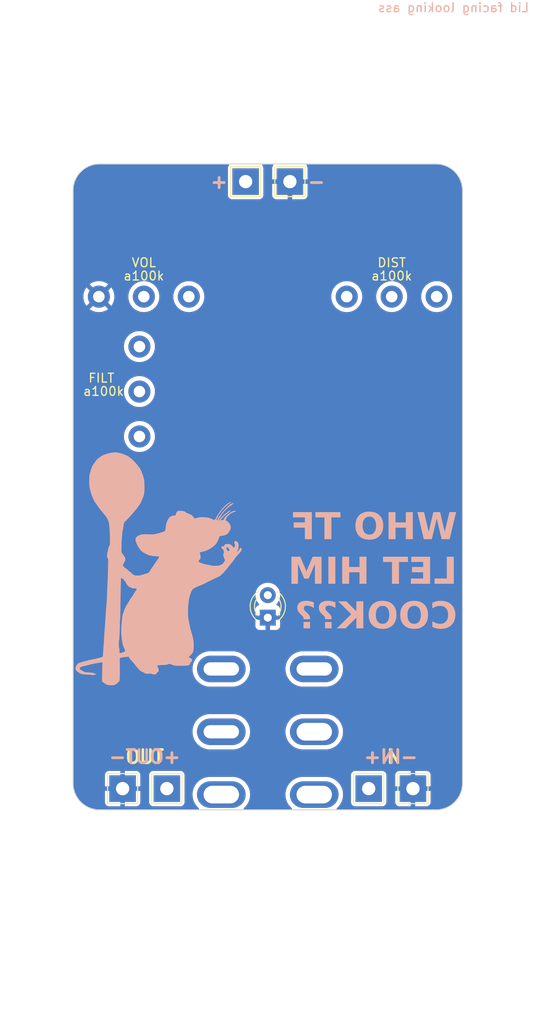
<source format=kicad_pcb>
(kicad_pcb (version 20221018) (generator pcbnew)
  (layers (0 "F.Cu" signal) (31 "B.Cu" signal) (34 "B.Paste" user) (35 "F.Paste" user) (36 "B.SilkS" user "B.Silkscreen") (37 "F.SilkS" user "F.Silkscreen") (38 "B.Mask" user) (39 "F.Mask" user) (44 "Edge.Cuts" user))
  (net 0 "")
  (net 1 "Net-(D3-K)")
  (net 2 "/IN_pcb")
  (net 3 "GND")
  (net 4 "Net-(U1--)")
  (net 5 "Net-(C9-Pad2)")
  (net 6 "Net-(C12-Pad2)")
  (net 7 "/Footswitch")
  (net 8 "Net-(LED1-A)")
  (net 9 "/9V in")
  (net 10 "Net-(R13-Pad1)")
  (net 11 "/OUT_pcb")
  (net 12 "/IN")
  (net 13 "/OUT")
  (footprint "TestPoint:TestPoint_THTPad_3.0x3.0mm_Drill1.5mm" (layer "F.Cu") (at 117.5 58)
    (fp_text reference "TP1" hide)
    (fp_text value "9V")
    (pad "1" thru_hole rect (at 0 0) (size 3 3) (drill 1.5) (layers "*.Cu" "*.Mask") (net 9 "/9V in"))
  )
  (footprint "Potentiometer_THT:UT right angle long pin" (layer "F.Cu") (at 106 71)
    (fp_text reference "RV1" hide)
    (fp_text value "a100k" (at 0 -2.34 unlocked) (layer "F.SilkS"))
    (fp_text user "${Kenttä4}" (at 0 -3.84 unlocked) (layer "F.SilkS"))
    (pad "1" thru_hole circle (at -5.08 0) (size 2.5 2.5) (drill 1.3) (layers "*.Cu" "*.Mask") (net 3 "GND"))
    (pad "2" thru_hole circle (at 0 0) (size 2.5 2.5) (drill 1.3) (layers "*.Cu" "*.Mask") (net 11 "/OUT_pcb"))
    (pad "3" thru_hole circle (at 5.08 0) (size 2.5 2.5) (drill 1.3) (layers "*.Cu" "*.Mask") (net 6 "Net-(C12-Pad2)"))
  )
  (footprint "Potentiometer_THT:UT right angle long pin" (layer "F.Cu") (at 134 71)
    (fp_text reference "RV3" hide)
    (fp_text value "a100k" (at 0 -2.34 unlocked) (layer "F.SilkS"))
    (fp_text user "${Kenttä4}" (at 0 -3.84 unlocked) (layer "F.SilkS"))
    (pad "1" thru_hole circle (at -5.08 0) (size 2.5 2.5) (drill 1.3) (layers "*.Cu" "*.Mask") (net 4 "Net-(U1--)"))
    (pad "2" thru_hole circle (at 0 0) (size 2.5 2.5) (drill 1.3) (layers "*.Cu" "*.Mask") (net 5 "Net-(C9-Pad2)"))
    (pad "3" thru_hole circle (at 5.08 0) (size 2.5 2.5) (drill 1.3) (layers "*.Cu" "*.Mask") (net 5 "Net-(C9-Pad2)"))
  )
  (footprint "TestPoint:TestPoint_THTPad_3.0x3.0mm_Drill1.5mm" (layer "F.Cu") (at 103.6 126.6)
    (fp_text reference "TP4" hide)
    (fp_text value "GND")
    (pad "1" thru_hole rect (at 0 0) (size 3 3) (drill 1.5) (layers "*.Cu" "*.Mask") (net 3 "GND"))
  )
  (footprint "Potentiometer_THT:UT right angle long pin" (layer "F.Cu") (at 105.5 81.725 -90)
    (fp_text reference "RV2" hide)
    (fp_text value "a100k" (at -0.025 4.05 unlocked) (layer "F.SilkS"))
    (fp_text user "${Kenttä4}" (at -1.525 4.3 unlocked) (layer "F.SilkS"))
    (pad "1" thru_hole circle (at -5.08 0 270) (size 2.5 2.5) (drill 1.3) (layers "*.Cu" "*.Mask") (net 1 "Net-(D3-K)"))
    (pad "2" thru_hole circle (at 0 0 270) (size 2.5 2.5) (drill 1.3) (layers "*.Cu" "*.Mask") (net 10 "Net-(R13-Pad1)"))
    (pad "3" thru_hole circle (at 5.08 0 270) (size 2.5 2.5) (drill 1.3) (layers "*.Cu" "*.Mask") (net 10 "Net-(R13-Pad1)"))
  )
  (footprint "TestPoint:TestPoint_THTPad_3.0x3.0mm_Drill1.5mm" (layer "F.Cu") (at 136.4 126.6)
    (fp_text reference "TP6" hide)
    (fp_text value "GND")
    (pad "1" thru_hole rect (at 0 0) (size 3 3) (drill 1.5) (layers "*.Cu" "*.Mask") (net 3 "GND"))
  )
  (footprint "Button_Switch_THT:Ural dpdt" (layer "F.Cu") (at 120 120.175)
    (fp_text reference "SW1" hide)
    (fp_text value "SW_DPDT_x2")
    (pad "1" thru_hole oval (at -5.25 -7.1) (size 5.5 3) (drill oval 4 1.5) (layers "*.Cu" "*.Mask") (net 2 "/IN_pcb"))
    (pad "2" thru_hole oval (at -5.25 0) (size 5.5 3) (drill oval 4 1.5) (layers "*.Cu" "*.Mask") (net 12 "/IN"))
    (pad "3" thru_hole oval (at -5.25 7.1) (size 5.5 3) (drill oval 4 2) (layers "*.Cu" "*.Mask") (net 13 "/OUT"))
    (pad "4" thru_hole oval (at 5.25 7.1) (size 5.5 3) (drill oval 4 2) (layers "*.Cu" "*.Mask") (net 7 "/Footswitch"))
    (pad "5" thru_hole oval (at 5.25 0) (size 5.5 3) (drill oval 4 2) (layers "*.Cu" "*.Mask") (net 11 "/OUT_pcb"))
    (pad "6" thru_hole oval (at 5.25 -7.1) (size 5.5 3) (drill oval 4 1.5) (layers "*.Cu" "*.Mask") (net 13 "/OUT"))
  )
  (footprint "LED_THT:LED_D3.0mm" (layer "F.Cu") (at 120 107.275 90)
    (fp_text reference "LED1" hide)
    (fp_text value "LED_Small")
    (pad "1" thru_hole rect (at 0 0 90) (size 1.8 1.8) (drill 0.9) (layers "*.Cu" "*.Mask") (net 3 "GND"))
    (pad "2" thru_hole circle (at 2.54 0 90) (size 1.8 1.8) (drill 0.9) (layers "*.Cu" "*.Mask") (net 8 "Net-(LED1-A)"))
  )
  (footprint "TestPoint:TestPoint_THTPad_3.0x3.0mm_Drill1.5mm" (layer "F.Cu") (at 131.4 126.6)
    (fp_text reference "TP3" hide)
    (fp_text value "OUT")
    (pad "1" thru_hole rect (at 0 0) (size 3 3) (drill 1.5) (layers "*.Cu" "*.Mask") (net 13 "/OUT"))
  )
  (footprint "TestPoint:TestPoint_THTPad_3.0x3.0mm_Drill1.5mm" (layer "F.Cu") (at 122.5 58)
    (fp_text reference "TP5" hide)
    (fp_text value "GND")
    (pad "1" thru_hole rect (at 0 0) (size 3 3) (drill 1.5) (layers "*.Cu" "*.Mask") (net 3 "GND"))
  )
  (footprint "TestPoint:TestPoint_THTPad_3.0x3.0mm_Drill1.5mm" (layer "F.Cu") (at 108.6 126.6)
    (fp_text reference "TP2" hide)
    (fp_text value "IN")
    (pad "1" thru_hole rect (at 0 0) (size 3 3) (drill 1.5) (layers "*.Cu" "*.Mask") (net 12 "/IN"))
  )
  (footprint "Enclosure:1590B predrilled" (layer "F.Cu") (at 90 40)
    (fp_text reference "E1")
    (fp_text value "1590B")
  )
  (gr_poly (pts (xy 102.8 88.6) (xy 102.843705 88.602416) (xy 102.890665 88.606055) (xy 102.990519 88.616429) (xy 103.091905 88.629985) (xy 103.187164 88.645583) (xy 103.230103 88.653792) (xy 103.268638 88.662085) (xy 103.301813 88.670319) (xy 103.328669 88.678351) (xy 103.348249 88.68604) (xy 103.355012 88.689711) (xy 103.359597 88.693243) (xy 103.363084 88.696381) (xy 103.367223 88.699494) (xy 103.371961 88.702558) (xy 103.377245 88.705549) (xy 103.383019 88.708441) (xy 103.38923 88.711211) (xy 103.395824 88.713833) (xy 103.402747 88.716284) (xy 103.409944 88.718538) (xy 103.417363 88.720571) (xy 103.424949 88.722359) (xy 103.432647 88.723877) (xy 103.440405 88.7251) (xy 103.448167 88.726004) (xy 103.45588 88.726565) (xy 103.46349 88.726757) (xy 103.470821 88.727027) (xy 103.478932 88.727817) (xy 103.48774 88.729099) (xy 103.497161 88.730841) (xy 103.507113 88.733016) (xy 103.517512 88.735594) (xy 103.539316 88.741838) (xy 103.561905 88.74934) (xy 103.584612 88.757862) (xy 103.606769 88.76717) (xy 103.617433 88.772045) (xy 103.627709 88.777028) (xy 103.637239 88.782011) (xy 103.646927 88.786885) (xy 103.666459 88.796193) (xy 103.685677 88.804716) (xy 103.703953 88.812217) (xy 103.71254 88.815511) (xy 103.720657 88.818462) (xy 103.728224 88.821039) (xy 103.735162 88.823214) (xy 103.741394 88.824957) (xy 103.746839 88.826238) (xy 103.751421 88.827029) (xy 103.755061 88.827299) (xy 103.759126 88.827724) (xy 103.764964 88.828974) (xy 103.781505 88.833792) (xy 103.80378 88.841437) (xy 103.830886 88.851596) (xy 103.861919 88.863954) (xy 103.895976 88.878197) (xy 103.932154 88.894012) (xy 103.96955 88.911083) (xy 104.006939 88.928154) (xy 104.043071 88.943968) (xy 104.077004 88.958212) (xy 104.107795 88.97057) (xy 104.134501 88.980729) (xy 104.156181 88.988374) (xy 104.164841 88.991156) (xy 104.17189 88.993192) (xy 104.177212 88.994442) (xy 104.180688 88.994868) (xy 104.182268 88.994907) (xy 104.183865 88.995022) (xy 104.185475 88.99521) (xy 104.187096 88.99547) (xy 104.188724 88.995799) (xy 104.190357 88.996193) (xy 104.19199 88.996652) (xy 104.193622 88.997172) (xy 104.195249 88.997751) (xy 104.196868 88.998386) (xy 104.20007 88.999816) (xy 104.203202 89.001443) (xy 104.206242 89.003246) (xy 104.209164 89.005206) (xy 104.211943 89.007304) (xy 104.214556 89.00952) (xy 104.216977 89.011834) (xy 104.219182 89.014226) (xy 104.220195 89.015446) (xy 104.221146 89.016678) (xy 104.22203 89.017919) (xy 104.222845 89.019168) (xy 104.223588 89.020422) (xy 104.224255 89.021679) (xy 104.226438 89.025437) (xy 104.230408 89.030378) (xy 104.236067 89.036428) (xy 104.243317 89.043515) (xy 104.262194 89.060501) (xy 104.286256 89.080747) (xy 104.314717 89.103663) (xy 104.346791 89.128661) (xy 104.381692 89.155151) (xy 104.418636 89.182545) (xy 104.502021 89.241613) (xy 104.566673 89.288114) (xy 104.593385 89.307829) (xy 104.617108 89.325817) (xy 104.638405 89.342548) (xy 104.657841 89.358493) (xy 104.675982 89.374124) (xy 104.693391 89.389913) (xy 104.710633 89.406329) (xy 104.728273 89.423846) (xy 104.746875 89.442933) (xy 104.767004 89.464062) (xy 104.814101 89.514333) (xy 104.8408 89.54339) (xy 104.869974 89.574606) (xy 104.931818 89.639591) (xy 104.991776 89.701434) (xy 105.041995 89.752281) (xy 105.092109 89.80983) (xy 105.156361 89.885918) (xy 105.191138 89.928065) (xy 105.226269 89.971431) (xy 105.260692 90.014875) (xy 105.293349 90.057259) (xy 105.323086 90.096709) (xy 105.351527 90.134078) (xy 105.40185 90.199273) (xy 105.422397 90.22545) (xy 105.438977 90.246245) (xy 105.450923 90.260836) (xy 105.457566 90.268396) (xy 105.473882 90.286106) (xy 105.491316 90.30765) (xy 105.509732 90.332778) (xy 105.528993 90.36124) (xy 105.569498 90.427161) (xy 105.611731 90.503412) (xy 105.654592 90.587989) (xy 105.696982 90.678889) (xy 105.737801 90.774109) (xy 105.775949 90.871646) (xy 105.787967 90.904309) (xy 105.801084 90.938778) (xy 105.828733 91.009052) (xy 105.876491 91.12635) (xy 105.886663 91.150864) (xy 105.896913 91.178559) (xy 105.907007 91.208531) (xy 105.916707 91.239879) (xy 105.92578 91.271698) (xy 105.933988 91.303084) (xy 105.941096 91.333135) (xy 105.946869 91.360948) (xy 105.948906 91.374722) (xy 105.951222 91.388348) (xy 105.953784 91.401759) (xy 105.956557 91.414884) (xy 105.959507 91.427657) (xy 105.962599 91.440007) (xy 105.965799 91.451866) (xy 105.969073 91.463165) (xy 105.972386 91.473836) (xy 105.975703 91.48381) (xy 105.978992 91.493018) (xy 105.982216 91.501392) (xy 105.985343 91.508862) (xy 105.988336 91.515361) (xy 105.991163 91.520818) (xy 105.993789 91.525166) (xy 106.006027 91.552912) (xy 106.017543 91.601816) (xy 106.028245 91.669395) (xy 106.038038 91.753165) (xy 106.054526 91.959341) (xy 106.066263 92.200471) (xy 106.072501 92.456682) (xy 106.072494 92.708102) (xy 106.065497 92.934858) (xy 106.059144 93.032776) (xy 106.050763 93.117076) (xy 106.036349 93.224504) (xy 106.019658 93.32172) (xy 106.009942 93.368218) (xy 105.999039 93.414224) (xy 105.986741 93.460427) (xy 105.972843 93.507513) (xy 105.957138 93.55617) (xy 105.939421 93.607086) (xy 105.897122 93.718441) (xy 105.844299 93.847077) (xy 105.7793 93.998491) (xy 105.745891 94.075259) (xy 105.718137 94.140088) (xy 105.707363 94.165864) (xy 105.699181 94.186064) (xy 105.693983 94.199824) (xy 105.692627 94.204018) (xy 105.692164 94.206278) (xy 105.686743 94.224803) (xy 105.671263 94.256607) (xy 105.61482 94.353163) (xy 105.53222 94.482158) (xy 105.43285 94.629809) (xy 105.326097 94.78233) (xy 105.221346 94.925936) (xy 105.127985 95.046841) (xy 105.088509 95.094473) (xy 105.0554 95.13126) (xy 105.036345 95.151199) (xy 105.014817 95.175143) (xy 104.991481 95.202072) (xy 104.967007 95.230965) (xy 104.871074 95.34575) (xy 104.812271 95.418558) (xy 104.74501 95.498873) (xy 104.591494 95.675285) (xy 104.42329 95.861516) (xy 104.253161 96.044095) (xy 104.093872 96.209551) (xy 103.958187 96.344411) (xy 103.903184 96.396159) (xy 103.858869 96.435207) (xy 103.826837 96.45987) (xy 103.815926 96.466281) (xy 103.808684 96.468465) (xy 103.807132 96.468572) (xy 103.805621 96.46889) (xy 103.80415 96.469413) (xy 103.802721 96.470134) (xy 103.801332 96.47105) (xy 103.799987 96.472155) (xy 103.797425 96.474906) (xy 103.79504 96.478345) (xy 103.792836 96.482427) (xy 103.790819 96.487108) (xy 103.788994 96.492343) (xy 103.787365 96.49809) (xy 103.785937 96.504302) (xy 103.784716 96.510937) (xy 103.783705 96.51795) (xy 103.782911 96.525296) (xy 103.782337 96.532932) (xy 103.781989 96.540814) (xy 103.781872 96.548897) (xy 103.781718 96.557648) (xy 103.781263 96.566276) (xy 103.780525 96.574738) (xy 103.779516 96.582988) (xy 103.778252 96.590982) (xy 103.776747 96.598678) (xy 103.775017 96.606029) (xy 103.773075 96.612993) (xy 103.770937 96.619525) (xy 103.768617 96.62558) (xy 103.766131 96.631115) (xy 103.763492 96.636086) (xy 103.76212 96.638346) (xy 103.760716 96.640448) (xy 103.759281 96.642387) (xy 103.757817 96.644157) (xy 103.756326 96.645752) (xy 103.75481 96.647168) (xy 103.753271 96.648399) (xy 103.75171 96.649439) (xy 103.749084 96.652403) (xy 103.746257 96.657445) (xy 103.743263 96.66444) (xy 103.740137 96.673266) (xy 103.733624 96.695921) (xy 103.726993 96.724427) (xy 103.720519 96.757804) (xy 103.714478 96.795069) (xy 103.709143 96.83524) (xy 103.70479 96.877335) (xy 103.693754 96.977753) (xy 103.683111 97.066113) (xy 103.672625 97.143555) (xy 103.66206 97.211217) (xy 103.651181 97.270239) (xy 103.64555 97.296866) (xy 103.639753 97.32176) (xy 103.633758 97.345064) (xy 103.627538 97.366919) (xy 103.621063 97.387468) (xy 103.614303 97.406854) (xy 103.60885 97.429089) (xy 103.60273 97.45969) (xy 103.596217 97.497282) (xy 103.589587 97.54049) (xy 103.583113 97.58794) (xy 103.577071 97.638256) (xy 103.571737 97.690066) (xy 103.567384 97.741993) (xy 103.517113 98.311729) (xy 103.509749 98.388065) (xy 103.502817 98.483802) (xy 103.49072 98.718085) (xy 103.481766 98.983787) (xy 103.476896 99.250118) (xy 103.466842 99.870125) (xy 103.600897 100.071209) (xy 103.627172 100.111909) (xy 103.652739 100.150489) (xy 103.676892 100.186085) (xy 103.698925 100.217831) (xy 103.71813 100.244865) (xy 103.733801 100.266321) (xy 103.74523 100.281337) (xy 103.749133 100.28616) (xy 103.75171 100.289048) (xy 103.754531 100.291511) (xy 103.757941 100.295083) (xy 103.766372 100.305282) (xy 103.776688 100.319093) (xy 103.788575 100.335968) (xy 103.801719 100.355356) (xy 103.815805 100.376709) (xy 103.845549 100.423104) (xy 103.864198 100.456657) (xy 103.879901 100.489661) (xy 103.892619 100.522428) (xy 103.902313 100.555274) (xy 103.908944 100.588513) (xy 103.912472 100.622459) (xy 103.912858 100.657426) (xy 103.910063 100.693728) (xy 103.904048 100.73168) (xy 103.894772 100.771596) (xy 103.882198 100.813789) (xy 103.866286 100.858575) (xy 103.846996 100.906267) (xy 103.824289 100.957179) (xy 103.798126 101.011626) (xy 103.768467 101.069922) (xy 103.743075 101.117876) (xy 103.72086 101.160252) (xy 103.701698 101.197523) (xy 103.685467 101.23016) (xy 103.678413 101.244888) (xy 103.672045 101.258634) (xy 103.666348 101.271457) (xy 103.661307 101.283416) (xy 103.656907 101.29457) (xy 103.653132 101.304977) (xy 103.649968 101.314698) (xy 103.647398 101.32379) (xy 103.645407 101.332312) (xy 103.64398 101.340324) (xy 103.643102 101.347884) (xy 103.642757 101.355052) (xy 103.64293 101.361886) (xy 103.643605 101.368444) (xy 103.644768 101.374787) (xy 103.646403 101.380973) (xy 103.648494 101.38706) (xy 103.651026 101.393108) (xy 103.653985 101.399176) (xy 103.657353 101.405323) (xy 103.661118 101.411606) (xy 103.665261 101.418087) (xy 103.674628 101.431872) (xy 103.690351 101.454) (xy 103.708358 101.477404) (xy 103.728259 101.501711) (xy 103.749667 101.526549) (xy 103.772195 101.551543) (xy 103.795455 101.576322) (xy 103.819058 101.600512) (xy 103.842616 101.623739) (xy 103.865743 101.645631) (xy 103.88805 101.665815) (xy 103.909149 101.683917) (xy 103.928653 101.699564) (xy 103.946173 101.712384) (xy 103.961322 101.722003) (xy 103.967886 101.725495) (xy 103.973712 101.728048) (xy 103.978752 101.729613) (xy 103.982956 101.730146) (xy 103.987379 101.730841) (xy 103.993049 101.732882) (xy 103.999878 101.736199) (xy 104.007777 101.740723) (xy 104.016658 101.746387) (xy 104.026432 101.753121) (xy 104.037012 101.760856) (xy 104.048308 101.769524) (xy 104.072697 101.789384) (xy 104.098893 101.81215) (xy 104.126188 101.837273) (xy 104.153876 101.864202) (xy 104.18237 101.89113) (xy 104.209646 101.916252) (xy 104.235115 101.939018) (xy 104.258188 101.958877) (xy 104.268643 101.967546) (xy 104.278277 101.975281) (xy 104.287018 101.982015) (xy 104.294792 101.987679) (xy 104.301525 101.992203) (xy 104.307143 101.99552) (xy 104.309512 101.996705) (xy 104.311574 101.997561) (xy 104.31332 101.998081) (xy 104.314743 101.998257) (xy 104.317322 101.998914) (xy 104.321236 102.000842) (xy 104.326407 102.003978) (xy 104.332757 102.008258) (xy 104.348676 102.019995) (xy 104.368366 102.035541) (xy 104.391197 102.054386) (xy 104.416542 102.076019) (xy 104.443772 102.099931) (xy 104.472259 102.12561) (xy 104.613102 102.253113) (xy 104.672078 102.304913) (xy 104.724922 102.349472) (xy 104.772759 102.387335) (xy 104.816712 102.419046) (xy 104.837584 102.432766) (xy 104.857907 102.445151) (xy 104.87782 102.456272) (xy 104.897466 102.466195) (xy 104.916984 102.474989) (xy 104.936515 102.482722) (xy 104.9562 102.489462) (xy 104.976178 102.495277) (xy 104.996591 102.500236) (xy 105.017579 102.504406) (xy 105.061841 102.510653) (xy 105.11009 102.514563) (xy 105.16345 102.516682) (xy 105.289997 102.517723) (xy 105.333106 102.517524) (xy 105.373304 102.516917) (xy 105.410743 102.515889) (xy 105.445575 102.514423) (xy 105.477952 102.512506) (xy 105.508027 102.510123) (xy 105.535952 102.507258) (xy 105.561879 102.503898) (xy 105.585959 102.500027) (xy 105.608347 102.495631) (xy 105.629192 102.490694) (xy 105.648648 102.485203) (xy 105.666867 102.479143) (xy 105.684001 102.472498) (xy 105.700203 102.465254) (xy 105.715624 102.457397) (xy 105.727272 102.451786) (xy 105.739528 102.446288) (xy 105.752296 102.440938) (xy 105.765476 102.43577) (xy 105.77897 102.430817) (xy 105.792679 102.426115) (xy 105.806507 102.421697) (xy 105.820355 102.417599) (xy 105.834124 102.413854) (xy 105.847716 102.410497) (xy 105.861033 102.407562) (xy 105.873977 102.405084) (xy 105.88645 102.403097) (xy 105.898353 102.401634) (xy 105.909589 102.400732) (xy 105.920059 102.400424) (xy 105.93018 102.400192) (xy 105.940389 102.399514) (xy 105.950618 102.398413) (xy 105.960799 102.396915) (xy 105.970861 102.395044) (xy 105.980737 102.392824) (xy 105.990357 102.39028) (xy 105.999654 102.387437) (xy 106.008558 102.384319) (xy 106.017 102.38095) (xy 106.024912 102.377355) (xy 106.032226 102.37356) (xy 106.038871 102.369587) (xy 106.04478 102.365463) (xy 106.049885 102.36121) (xy 106.052113 102.359044) (xy 106.054115 102.356855) (xy 106.058383 102.352461) (xy 106.063599 102.348097) (xy 106.069689 102.343792) (xy 106.076579 102.339575) (xy 106.084196 102.335476) (xy 106.092465 102.331524) (xy 106.101314 102.327749) (xy 106.110669 102.32418) (xy 106.120455 102.320846) (xy 106.1306 102.317778) (xy 106.14103 102.315004) (xy 106.151671 102.312554) (xy 106.162449 102.310458) (xy 106.173291 102.308745) (xy 106.184124 102.307444) (xy 106.194872 102.306585) (xy 106.243138 102.301686) (xy 106.288796 102.294416) (xy 106.332069 102.284603) (xy 106.373177 102.272076) (xy 106.41234 102.256661) (xy 106.431262 102.247818) (xy 106.449781 102.238189) (xy 106.467924 102.227752) (xy 106.485719 102.216486) (xy 106.520376 102.19138) (xy 106.553973 102.162701) (xy 106.58673 102.130276) (xy 106.618868 102.093934) (xy 106.650609 102.053502) (xy 106.682173 102.008809) (xy 106.713781 101.959683) (xy 106.745654 101.905952) (xy 106.778014 101.847445) (xy 106.791904 101.824561) (xy 106.817497 101.785025) (xy 106.897826 101.664794) (xy 107.00706 101.504346) (xy 107.133261 101.321276) (xy 107.558888 100.701269) (xy 107.581575 100.667467) (xy 107.604027 100.634451) (xy 107.625693 100.603006) (xy 107.646024 100.573917) (xy 107.664469 100.54797) (xy 107.68048 100.52595) (xy 107.693506 100.508643) (xy 107.702997 100.496834) (xy 107.716848 100.479861) (xy 107.726928 100.464099) (xy 107.73053 100.45666) (xy 107.73316 100.449507) (xy 107.734808 100.442635) (xy 107.735464 100.436038) (xy 107.735119 100.429711) (xy 107.733762 100.423649) (xy 107.731384 100.417846) (xy 107.727976 100.412297) (xy 107.723526 100.406995) (xy 107.718026 100.401936) (xy 107.711466 100.397113) (xy 107.703835 100.392522) (xy 107.685324 100.384012) (xy 107.662414 100.376361) (xy 107.635027 100.369524) (xy 107.603084 100.363459) (xy 107.566507 100.35812) (xy 107.525217 100.353464) (xy 107.479135 100.349445) (xy 107.428184 100.346021) (xy 107.310309 100.337434) (xy 107.196518 100.327589) (xy 107.099695 100.317745) (xy 107.061671 100.313215) (xy 107.032719 100.309157) (xy 106.969881 100.297427) (xy 106.884421 100.283184) (xy 106.690878 100.252184) (xy 106.667332 100.248301) (xy 106.644522 100.244217) (xy 106.622556 100.239967) (xy 106.601542 100.235583) (xy 106.58159 100.231102) (xy 106.562805 100.226557) (xy 106.545297 100.221982) (xy 106.529173 100.217412) (xy 106.514542 100.212882) (xy 106.501511 100.208425) (xy 106.490189 100.204076) (xy 106.480683 100.19987) (xy 106.473101 100.19584) (xy 106.470066 100.193902) (xy 106.467552 100.192021) (xy 106.465573 100.190202) (xy 106.464143 100.188448) (xy 106.463276 100.186764) (xy 106.462983 100.185155) (xy 106.462935 100.183594) (xy 106.46279 100.182055) (xy 106.462552 100.180539) (xy 106.462224 100.179048) (xy 106.461807 100.177584) (xy 106.461304 100.176149) (xy 106.460718 100.174745) (xy 106.460051 100.173373) (xy 106.459305 100.172036) (xy 106.458483 100.170735) (xy 106.457587 100.169471) (xy 106.456621 100.168248) (xy 106.455585 100.167067) (xy 106.454484 100.165929) (xy 106.453318 100.164836) (xy 106.452091 100.163791) (xy 106.450805 100.162794) (xy 106.449463 100.161849) (xy 106.446619 100.160119) (xy 106.443578 100.158614) (xy 106.440361 100.15735) (xy 106.436987 100.156341) (xy 106.435247 100.155937) (xy 106.433475 100.155602) (xy 106.431674 100.155338) (xy 106.429846 100.155148) (xy 106.427993 100.155032) (xy 106.426118 100.154993) (xy 106.42041 100.154579) (xy 106.413402 100.153367) (xy 106.395864 100.148736) (xy 106.374262 100.141473) (xy 106.349351 100.131952) (xy 106.321887 100.120546) (xy 106.292626 100.107628) (xy 106.231738 100.078749) (xy 106.172735 100.048298) (xy 106.14583 100.033416) (xy 106.121665 100.019261) (xy 106.100996 100.006206) (xy 106.084578 99.994623) (xy 106.073167 99.984886) (xy 106.069576 99.980827) (xy 106.06752 99.977368) (xy 106.066109 99.974896) (xy 106.064404 99.972512) (xy 106.062424 99.970226) (xy 106.060188 99.968048) (xy 106.057717 99.965988) (xy 106.05503 99.964055) (xy 106.052147 99.96226) (xy 106.049087 99.960612) (xy 106.04587 99.959122) (xy 106.042515 99.957798) (xy 106.039043 99.956651) (xy 106.035472 99.95569) (xy 106.031823 99.954926) (xy 106.028115 99.954368) (xy 106.024367 99.954026) (xy 106.0206 99.95391) (xy 106.015917 99.953319) (xy 106.010076 99.951579) (xy 105.995157 99.944851) (xy 105.976321 99.934116) (xy 105.954044 99.919767) (xy 105.928801 99.902199) (xy 105.901069 99.881802) (xy 105.840044 99.834097) (xy 105.774777 99.779794) (xy 105.709078 99.722035) (xy 105.646757 99.663962) (xy 105.618053 99.635789) (xy 105.591622 99.608716) (xy 105.565743 99.578258) (xy 105.536338 99.539273) (xy 105.504125 99.493051) (xy 105.46982 99.440885) (xy 105.397805 99.323881) (xy 105.326025 99.19859) (xy 105.260215 99.075342) (xy 105.23134 99.017711) (xy 105.206108 98.964465) (xy 105.185235 98.916893) (xy 105.169439 98.876288) (xy 105.159436 98.84394) (xy 105.15683 98.831266) (xy 105.155942 98.821141) (xy 105.155903 98.817391) (xy 105.155787 98.813685) (xy 105.155597 98.810029) (xy 105.155333 98.806426) (xy 105.154998 98.802882) (xy 105.154594 98.799403) (xy 105.154123 98.795991) (xy 105.153585 98.792654) (xy 105.152984 98.789395) (xy 105.152321 98.786219) (xy 105.151598 98.783132) (xy 105.150816 98.780138) (xy 105.149978 98.777243) (xy 105.149086 98.77445) (xy 105.148141 98.771766) (xy 105.147144 98.769194) (xy 105.146099 98.76674) (xy 105.145006 98.764409) (xy 105.143868 98.762206) (xy 105.142687 98.760135) (xy 105.141463 98.758201) (xy 105.1402 98.75641) (xy 105.138899 98.754767) (xy 105.137561 98.753275) (xy 105.13619 98.75194) (xy 105.134785 98.750768) (xy 105.13335 98.749762) (xy 105.131886 98.748929) (xy 105.130396 98.748272) (xy 105.12888 98.747796) (xy 105.12734 98.747507) (xy 105.12578 98.74741) (xy 105.121088 98.746513) (xy 105.116449 98.743884) (xy 105.111876 98.739617) (xy 105.10738 98.733808) (xy 105.098673 98.71794) (xy 105.090433 98.697035) (xy 105.082762 98.671848) (xy 105.075764 98.643137) (xy 105.069541 98.611658) (xy 105.064198 98.578165) (xy 105.059836 98.543416) (xy 105.056559 98.508165) (xy 105.05447 98.47317) (xy 105.053672 98.439187) (xy 105.054269 98.406971) (xy 105.056363 98.377278) (xy 105.060057 98.350864) (xy 105.065455 98.328486) (xy 105.080723 98.292034) (xy 105.101194 98.255705) (xy 105.126575 98.219699) (xy 105.156571 98.184219) (xy 105.190886 98.149466) (xy 105.229228 98.11564) (xy 105.2713 98.082943) (xy 105.316809 98.051577) (xy 105.36546 98.021743) (xy 105.416958 97.993641) (xy 105.471009 97.967474) (xy 105.527318 97.943442) (xy 105.585591 97.921747) (xy 105.645533 97.90259) (xy 105.70685 97.886173) (xy 105.769247 97.872696) (xy 105.816166 97.866903) (xy 105.880052 97.862171) (xy 105.958705 97.858617) (xy 106.049925 97.856359) (xy 106.151514 97.855514) (xy 106.261272 97.856202) (xy 106.376999 97.858538) (xy 106.496497 97.862642) (xy 106.633131 97.866727) (xy 106.754449 97.868926) (xy 106.861157 97.869241) (xy 106.953961 97.86767) (xy 107.03357 97.864214) (xy 107.068647 97.861779) (xy 107.100689 97.858873) (xy 107.129787 97.855495) (xy 107.156027 97.851646) (xy 107.179498 97.847326) (xy 107.200288 97.842535) (xy 107.235079 97.833312) (xy 107.275643 97.823421) (xy 107.368277 97.802737) (xy 107.466567 97.782681) (xy 107.558888 97.765453) (xy 107.600989 97.756525) (xy 107.641206 97.747439) (xy 107.678595 97.738354) (xy 107.712214 97.729426) (xy 107.727315 97.725069) (xy 107.74112 97.720812) (xy 107.753511 97.716671) (xy 107.76437 97.712669) (xy 107.77358 97.708823) (xy 107.781022 97.705154) (xy 107.786579 97.701682) (xy 107.788614 97.700025) (xy 107.790133 97.698425) (xy 107.792954 97.695952) (xy 107.796358 97.693568) (xy 107.800303 97.691282) (xy 107.804743 97.689104) (xy 107.809635 97.687043) (xy 107.814935 97.685111) (xy 107.820598 97.683316) (xy 107.82658 97.681668) (xy 107.832837 97.680177) (xy 107.839324 97.678853) (xy 107.845999 97.677706) (xy 107.852815 97.676745) (xy 107.85973 97.675981) (xy 107.866699 97.675423) (xy 107.873677 97.675081) (xy 107.880621 97.674965) (xy 107.888146 97.674655) (xy 107.896828 97.673741) (xy 107.906571 97.672248) (xy 107.917277 97.6702) (xy 107.941181 97.664538) (xy 107.967757 97.656951) (xy 107.996217 97.647637) (xy 108.025778 97.63679) (xy 108.055652 97.624609) (xy 108.085055 97.611288) (xy 108.209476 97.555991) (xy 108.268387 97.530227) (xy 108.294131 97.519466) (xy 108.316302 97.510747) (xy 108.327811 97.506189) (xy 108.338472 97.501308) (xy 108.348297 97.496092) (xy 108.357303 97.490533) (xy 108.361504 97.487622) (xy 108.365504 97.484621) (xy 108.369307 97.481529) (xy 108.372915 97.478345) (xy 108.376328 97.475068) (xy 108.37955 97.471697) (xy 108.382581 97.468229) (xy 108.385424 97.464665) (xy 108.38808 97.461002) (xy 108.390551 97.45724) (xy 108.39284 97.453378) (xy 108.394948 97.449413) (xy 108.396876 97.445346) (xy 108.398627 97.441174) (xy 108.400203 97.436897) (xy 108.401605 97.432512) (xy 108.402835 97.42802) (xy 108.403895 97.423419) (xy 108.405513 97.413883) (xy 108.406472 97.403896) (xy 108.406789 97.393448) (xy 108.406943 97.384697) (xy 108.407391 97.376069) (xy 108.408114 97.367608) (xy 108.409093 97.359358) (xy 108.410307 97.351364) (xy 108.411738 97.343668) (xy 108.413364 97.336317) (xy 108.415168 97.329353) (xy 108.417128 97.322821) (xy 108.419226 97.316765) (xy 108.421442 97.31123) (xy 108.423756 97.306259) (xy 108.426148 97.301897) (xy 108.428599 97.298188) (xy 108.429841 97.296592) (xy 108.43109 97.295176) (xy 108.432344 97.293946) (xy 108.4336 97.292906) (xy 108.436739 97.290018) (xy 108.439858 97.285195) (xy 108.442938 97.278547) (xy 108.445959 97.27018) (xy 108.448901 97.260202) (xy 108.451745 97.248723) (xy 108.45706 97.221689) (xy 108.461747 97.189942) (xy 108.465648 97.154347) (xy 108.468606 97.115767) (xy 108.470465 97.075066) (xy 108.474432 97.002078) (xy 108.482404 96.926787) (xy 108.494147 96.849798) (xy 108.509425 96.771713) (xy 108.528002 96.693138) (xy 108.549642 96.614676) (xy 108.574109 96.53693) (xy 108.601169 96.460506) (xy 108.630586 96.386005) (xy 108.662123 96.314033) (xy 108.695545 96.245192) (xy 108.730617 96.180088) (xy 108.767102 96.119324) (xy 108.804766 96.063503) (xy 108.843373 96.013229) (xy 108.882686 95.969107) (xy 108.908372 95.944343) (xy 108.936256 95.920394) (xy 108.966105 95.897368) (xy 108.997681 95.875373) (xy 109.03075 95.854517) (xy 109.065075 95.834908) (xy 109.100422 95.816654) (xy 109.136554 95.799863) (xy 109.173236 95.784643) (xy 109.210232 95.771101) (xy 109.247307 95.759347) (xy 109.284224 95.749488) (xy 109.320749 95.741631) (xy 109.356646 95.735886) (xy 109.391678 95.73236) (xy 109.425611 95.73116) (xy 109.563019 95.73116) (xy 109.626694 95.530077) (xy 109.642211 95.483234) (xy 109.658769 95.440623) (xy 109.676622 95.402077) (xy 109.696027 95.36743) (xy 109.706391 95.351515) (xy 109.717238 95.336513) (xy 109.728601 95.322401) (xy 109.740511 95.30916) (xy 109.753001 95.296768) (xy 109.766102 95.285204) (xy 109.779846 95.274448) (xy 109.794264 95.264479) (xy 109.80939 95.255276) (xy 109.825255 95.246817) (xy 109.84189 95.239083) (xy 109.859328 95.232052) (xy 109.877601 95.225703) (xy 109.89674 95.220016) (xy 109.937746 95.210543) (xy 109.9826 95.203465) (xy 110.031558 95.198616) (xy 110.084876 95.195829) (xy 110.142809 95.194938) (xy 110.185143 95.195896) (xy 110.228871 95.198682) (xy 110.273503 95.203156) (xy 110.318547 95.209181) (xy 110.363512 95.21662) (xy 110.407908 95.225336) (xy 110.451244 95.23519) (xy 110.493029 95.246046) (xy 110.532771 95.257766) (xy 110.56998 95.270213) (xy 110.604165 95.283249) (xy 110.634834 95.296736) (xy 110.661498 95.310538) (xy 110.683665 95.324516) (xy 110.692909 95.331528) (xy 110.700845 95.338534) (xy 110.70741 95.345514) (xy 110.712545 95.352453) (xy 110.716303 95.357386) (xy 110.721246 95.362732) (xy 110.734395 95.374519) (xy 110.751412 95.387513) (xy 110.771718 95.401415) (xy 110.794735 95.415926) (xy 110.819881 95.430746) (xy 110.84658 95.445576) (xy 110.87425 95.460116) (xy 110.902313 95.474068) (xy 110.930189 95.48713) (xy 110.9573 95.499005) (xy 110.983065 95.509392) (xy 111.006906 95.517992) (xy 111.028243 95.524506) (xy 111.046497 95.528634) (xy 111.061089 95.530077) (xy 111.066777 95.530231) (xy 111.072505 95.530685) (xy 111.078232 95.531424) (xy 111.083921 95.532433) (xy 111.08953 95.533697) (xy 111.095022 95.535201) (xy 111.100357 95.536932) (xy 111.105495 95.538873) (xy 111.110398 95.541011) (xy 111.115025 95.543331) (xy 111.119339 95.545817) (xy 111.123299 95.548456) (xy 111.125134 95.549827) (xy 111.126866 95.551232) (xy 111.128491 95.552667) (xy 111.130002 95.55413) (xy 111.131395 95.555621) (xy 111.132666 95.557137) (xy 111.133809 95.558677) (xy 111.134819 95.560237) (xy 111.137128 95.563453) (xy 111.140252 95.566796) (xy 111.144142 95.570238) (xy 111.148749 95.573748) (xy 111.154023 95.577297) (xy 111.159916 95.580856) (xy 111.166378 95.584396) (xy 111.173361 95.587887) (xy 111.180815 95.591299) (xy 111.188691 95.594603) (xy 111.19694 95.597769) (xy 111.205513 95.600768) (xy 111.214361 95.603572) (xy 111.223435 95.606149) (xy 111.232686 95.608471) (xy 111.242064 95.610508) (xy 111.251045 95.613175) (xy 111.260339 95.616131) (xy 111.279557 95.622815) (xy 111.29909 95.630362) (xy 111.308777 95.634398) (xy 111.318308 95.638577) (xy 111.327603 95.642873) (xy 111.336584 95.647263) (xy 111.345172 95.651721) (xy 111.353289 95.656224) (xy 111.360855 95.660746) (xy 111.367794 95.665264) (xy 111.374026 95.669752) (xy 111.379472 95.674186) (xy 111.400269 95.69105) (xy 111.422215 95.709977) (xy 111.444966 95.730593) (xy 111.468178 95.752524) (xy 111.491508 95.775398) (xy 111.514613 95.798841) (xy 111.537148 95.822481) (xy 111.55877 95.845944) (xy 111.579135 95.868857) (xy 111.5979 95.890847) (xy 111.61472 95.911541) (xy 111.629253 95.930567) (xy 111.641155 95.947549) (xy 111.650082 95.962117) (xy 111.653322 95.968378) (xy 111.65569 95.973896) (xy 111.657142 95.978623) (xy 111.657635 95.982514) (xy 111.658557 96.000267) (xy 111.661393 96.015831) (xy 111.663562 96.022795) (xy 111.666251 96.029216) (xy 111.669473 96.035093) (xy 111.67324 96.04043) (xy 111.677568 96.045227) (xy 111.682468 96.049484) (xy 111.687955 96.053205) (xy 111.694043 96.056388) (xy 111.700744 96.059037) (xy 111.708072 96.061152) (xy 111.716041 96.062734) (xy 111.724664 96.063785) (xy 111.743926 96.064297) (xy 111.765967 96.062698) (xy 111.790895 96.058998) (xy 111.818817 96.053207) (xy 111.849842 96.045334) (xy 111.884077 96.03539) (xy 111.921631 96.023383) (xy 111.962612 96.009325) (xy 112.024528 95.989504) (xy 112.085305 95.972669) (xy 112.146003 95.958661) (xy 112.207683 95.947324) (xy 112.271405 95.9385) (xy 112.33823 95.932033) (xy 112.409218 95.927765) (xy 112.48543 95.92554) (xy 112.553871 95.924858) (xy 112.625298 95.925271) (xy 112.77302 95.929048) (xy 112.920429 95.936202) (xy 113.059354 95.946067) (xy 113.181628 95.957973) (xy 113.233967 95.964484) (xy 113.27908 95.971255) (xy 113.315945 95.978202) (xy 113.343541 95.985243) (xy 113.360848 95.992294) (xy 113.365324 95.995797) (xy 113.366844 95.999271) (xy 113.367 96.000547) (xy 113.367463 96.001859) (xy 113.369279 96.004579) (xy 113.372235 96.007408) (xy 113.37627 96.010319) (xy 113.381327 96.01329) (xy 113.387346 96.016296) (xy 113.394268 96.019311) (xy 113.402035 96.022311) (xy 113.410587 96.025272) (xy 113.419865 96.02817) (xy 113.429812 96.030978) (xy 113.440367 96.033674) (xy 113.451472 96.036233) (xy 113.463067 96.038629) (xy 113.475095 96.040839) (xy 113.487496 96.042838) (xy 113.500167 96.044953) (xy 113.512985 96.047499) (xy 113.525861 96.050438) (xy 113.538709 96.05373) (xy 113.551439 96.057337) (xy 113.563962 96.061219) (xy 113.576191 96.065336) (xy 113.588037 96.06965) (xy 113.599412 96.07412) (xy 113.610227 96.078709) (xy 113.620394 96.083376) (xy 113.629825 96.088083) (xy 113.638431 96.092789) (xy 113.646123 96.097456) (xy 113.652815 96.102045) (xy 113.658416 96.106516) (xy 113.67028 96.115126) (xy 113.685463 96.124497) (xy 113.703512 96.134447) (xy 113.723977 96.144795) (xy 113.746406 96.155359) (xy 113.770347 96.165957) (xy 113.820958 96.18653) (xy 113.872198 96.205061) (xy 113.896924 96.213106) (xy 113.920452 96.220096) (xy 113.942331 96.225849) (xy 113.962109 96.230183) (xy 113.979334 96.232917) (xy 113.993555 96.233868) (xy 113.995861 96.233615) (xy 113.998374 96.232863) (xy 114.003989 96.229915) (xy 114.01033 96.22512) (xy 114.017329 96.218577) (xy 114.024917 96.210385) (xy 114.033025 96.200642) (xy 114.041585 96.189446) (xy 114.050528 96.176894) (xy 114.059786 96.163086) (xy 114.069288 96.148119) (xy 114.078968 96.132092) (xy 114.088755 96.115103) (xy 114.098582 96.09725) (xy 114.108379 96.078631) (xy 114.118078 96.059344) (xy 114.127611 96.039488) (xy 114.168647 95.959224) (xy 114.215859 95.873692) (xy 114.268511 95.783909) (xy 114.325866 95.69089) (xy 114.387187 95.595653) (xy 114.451739 95.499213) (xy 114.518785 95.402586) (xy 114.587588 95.306789) (xy 114.657413 95.212838) (xy 114.727522 95.12175) (xy 114.79718 95.034539) (xy 114.865649 94.952223) (xy 114.932194 94.875818) (xy 114.996079 94.80634) (xy 115.056566 94.744805) (xy 115.11292 94.692229) (xy 115.257866 94.563201) (xy 115.321227 94.506541) (xy 115.367623 94.464335) (xy 115.387882 94.446889) (xy 115.412965 94.427509) (xy 115.442124 94.406616) (xy 115.474606 94.384634) (xy 115.546537 94.339089) (xy 115.622748 94.294251) (xy 115.697232 94.253498) (xy 115.731948 94.235708) (xy 115.763979 94.220207) (xy 115.792573 94.207415) (xy 115.816979 94.197755) (xy 115.836447 94.19165) (xy 115.844094 94.190062) (xy 115.850225 94.189521) (xy 115.860083 94.190266) (xy 115.863922 94.191197) (xy 115.867034 94.192499) (xy 115.86942 94.194172) (xy 115.871079 94.196214) (xy 115.872012 94.198626) (xy 115.872218 94.201407) (xy 115.871698 94.204557) (xy 115.870451 94.208073) (xy 115.865777 94.216207) (xy 115.858197 94.225804) (xy 115.847711 94.236858) (xy 115.834318 94.249366) (xy 115.81802 94.263323) (xy 115.798814 94.278722) (xy 115.776703 94.29556) (xy 115.751686 94.313831) (xy 115.723762 94.333531) (xy 115.659196 94.377198) (xy 115.604283 94.415538) (xy 115.544457 94.460845) (xy 115.480614 94.512229) (xy 115.413654 94.568803) (xy 115.344475 94.629677) (xy 115.273976 94.693963) (xy 115.132609 94.829216) (xy 114.99674 94.967455) (xy 114.933113 95.035472) (xy 114.873557 95.101569) (xy 114.818968 95.164859) (xy 114.770246 95.224452) (xy 114.728289 95.279459) (xy 114.693996 95.328993) (xy 114.663643 95.373909) (xy 114.633408 95.41749) (xy 114.604038 95.458715) (xy 114.576278 95.496562) (xy 114.550874 95.53001) (xy 114.528573 95.558039) (xy 114.518819 95.569701) (xy 114.510121 95.579626) (xy 114.502571 95.587686) (xy 114.496263 95.593752) (xy 114.490653 95.598338) (xy 114.485155 95.603263) (xy 114.479804 95.608472) (xy 114.474636 95.613913) (xy 114.469683 95.61953) (xy 114.464981 95.62527) (xy 114.460563 95.631078) (xy 114.456465 95.636901) (xy 114.45272 95.642685) (xy 114.449363 95.648376) (xy 114.446428 95.653919) (xy 114.443949 95.659261) (xy 114.441962 95.664348) (xy 114.4405 95.669125) (xy 114.439977 95.671381) (xy 114.439597 95.67354) (xy 114.439367 95.675593) (xy 114.439289 95.677536) (xy 114.437738 95.687859) (xy 114.433319 95.703248) (xy 114.426387 95.722957) (xy 114.417296 95.74624) (xy 114.394045 95.800543) (xy 114.366397 95.860188) (xy 114.337177 95.919204) (xy 114.309214 95.971622) (xy 114.296587 95.993491) (xy 114.285335 96.011472) (xy 114.275811 96.024819) (xy 114.268368 96.032785) (xy 114.266293 96.035208) (xy 114.263859 96.038663) (xy 114.258053 96.048389) (xy 114.251226 96.061415) (xy 114.243652 96.07719) (xy 114.235607 96.095165) (xy 114.227366 96.114789) (xy 114.219204 96.135513) (xy 114.211395 96.156786) (xy 114.20182 96.187514) (xy 114.198298 96.200963) (xy 114.195588 96.213151) (xy 114.193665 96.22409) (xy 114.192507 96.233791) (xy 114.192089 96.242265) (xy 114.192387 96.249526) (xy 114.193377 96.255583) (xy 114.195036 96.26045) (xy 114.197338 96.264136) (xy 114.200261 96.266656) (xy 114.203781 96.268019) (xy 114.207873 96.268237) (xy 114.212514 96.267323) (xy 114.217679 96.265288) (xy 114.223346 96.262143) (xy 114.229489 96.2579) (xy 114.236085 96.252571) (xy 114.243109 96.246168) (xy 114.25835 96.230184) (xy 114.275019 96.210042) (xy 114.292926 96.185835) (xy 114.311878 96.157657) (xy 114.331684 96.1256) (xy 114.352153 96.089758) (xy 114.386439 96.029453) (xy 114.416562 95.978062) (xy 114.446528 95.93005) (xy 114.480343 95.879877) (xy 114.522013 95.822007) (xy 114.575544 95.750901) (xy 114.644941 95.661023) (xy 114.734211 95.546833) (xy 114.810639 95.449106) (xy 114.877483 95.365753) (xy 114.939929 95.291041) (xy 115.00316 95.219234) (xy 115.072361 95.1446) (xy 115.152716 95.061405) (xy 115.249409 94.963913) (xy 115.367623 94.846392) (xy 115.487049 94.728125) (xy 115.578394 94.638606) (xy 115.61566 94.602909) (xy 115.648453 94.572337) (xy 115.677623 94.546204) (xy 115.70402 94.523821) (xy 115.728492 94.504502) (xy 115.751888 94.487558) (xy 115.775059 94.472304) (xy 115.798854 94.45805) (xy 115.824121 94.444112) (xy 115.85171 94.4298) (xy 115.917252 94.397307) (xy 115.946912 94.383599) (xy 115.974337 94.371379) (xy 115.999573 94.360642) (xy 116.011384 94.355828) (xy 116.022664 94.351382) (xy 116.033418 94.347305) (xy 116.043653 94.343595) (xy 116.053374 94.340252) (xy 116.062586 94.337276) (xy 116.071294 94.334665) (xy 116.079505 94.33242) (xy 116.087224 94.330539) (xy 116.094457 94.329022) (xy 116.101208 94.327868) (xy 116.107483 94.327077) (xy 116.113289 94.326648) (xy 116.11863 94.32658) (xy 116.123512 94.326874) (xy 116.12794 94.327527) (xy 116.131921 94.32854) (xy 116.135459 94.329912) (xy 116.13856 94.331642) (xy 116.139948 94.332642) (xy 116.141229 94.33373) (xy 116.142404 94.334909) (xy 116.143473 94.336176) (xy 116.144437 94.337532) (xy 116.145297 94.338978) (xy 116.146705 94.342135) (xy 116.147705 94.345648) (xy 116.1483 94.349516) (xy 116.148497 94.353738) (xy 116.147496 94.357266) (xy 116.144573 94.362133) (xy 116.133442 94.375502) (xy 116.116067 94.393083) (xy 116.093409 94.414116) (xy 116.036095 94.46349) (xy 115.969198 94.517538) (xy 115.900416 94.570172) (xy 115.837447 94.615304) (xy 115.810547 94.633155) (xy 115.787988 94.646848) (xy 115.77073 94.655621) (xy 115.76439 94.657926) (xy 115.759736 94.658715) (xy 115.754394 94.660285) (xy 115.745905 94.664992) (xy 115.719467 94.683798) (xy 115.680383 94.715093) (xy 115.628613 94.758838) (xy 115.48686 94.883519) (xy 115.293893 95.057529) (xy 115.253879 95.09683) (xy 115.206286 95.14697) (xy 115.154215 95.204337) (xy 115.100769 95.265316) (xy 115.049052 95.326296) (xy 115.002165 95.383662) (xy 114.963211 95.433802) (xy 114.947679 95.455033) (xy 114.935293 95.473102) (xy 114.934037 95.475233) (xy 114.932783 95.477228) (xy 114.931534 95.479087) (xy 114.930293 95.480813) (xy 114.929061 95.482406) (xy 114.927842 95.483868) (xy 114.926637 95.4852) (xy 114.925449 95.486403) (xy 114.924281 95.487478) (xy 114.923136 95.488427) (xy 114.922014 95.489251) (xy 114.92092 95.489951) (xy 114.919855 95.490528) (xy 114.918822 95.490984) (xy 114.917824 95.491319) (xy 114.916862 95.491535) (xy 114.915939 95.491633) (xy 114.915058 95.491615) (xy 114.914222 95.491482) (xy 114.913432 95.491234) (xy 114.912691 95.490873) (xy 114.912002 95.490401) (xy 114.911366 95.489818) (xy 114.910787 95.489126) (xy 114.910267 95.488326) (xy 114.909809 95.48742) (xy 114.909414 95.486407) (xy 114.909086 95.485291) (xy 114.908826 95.484071) (xy 114.908637 95.482749) (xy 114.908522 95.481327) (xy 114.908483 95.479806) (xy 114.908259 95.47831) (xy 114.907595 95.477584) (xy 114.906501 95.47761) (xy 114.904988 95.478372) (xy 114.900751 95.482036) (xy 114.894973 95.488445) (xy 114.879146 95.508966) (xy 114.858213 95.538873) (xy 114.832881 95.577107) (xy 114.803857 95.622606) (xy 114.771849 95.67431) (xy 114.737563 95.73116) (xy 114.703165 95.7903) (xy 114.668493 95.848616) (xy 114.634528 95.904653) (xy 114.602251 95.95696) (xy 114.572645 96.004082) (xy 114.546692 96.044567) (xy 114.525372 96.076962) (xy 114.509669 96.099813) (xy 114.503353 96.108872) (xy 114.496997 96.118409) (xy 114.484324 96.138615) (xy 114.471966 96.159842) (xy 114.460236 96.181502) (xy 114.449448 96.203005) (xy 114.439918 96.223761) (xy 114.435722 96.233675) (xy 114.431959 96.243182) (xy 114.428666 96.252208) (xy 114.425885 96.260679) (xy 114.42243 96.270854) (xy 114.419613 96.280028) (xy 114.418448 96.284245) (xy 114.417445 96.28822) (xy 114.416607 96.291954) (xy 114.415934 96.295449) (xy 114.415429 96.29871) (xy 114.415092 96.301737) (xy 114.414924 96.304533) (xy 114.414926 96.307101) (xy 114.415101 96.309443) (xy 114.415448 96.311561) (xy 114.41597 96.313459) (xy 114.416667 96.315138) (xy 114.417542 96.316602) (xy 114.418594 96.317852) (xy 114.419825 96.31889) (xy 114.421236 96.31972) (xy 114.42283 96.320344) (xy 114.424606 96.320764) (xy 114.426566 96.320983) (xy 114.428712 96.321003) (xy 114.431044 96.320827) (xy 114.433564 96.320456) (xy 114.436272 96.319895) (xy 114.439172 96.319144) (xy 114.442262 96.318206) (xy 114.445545 96.317085) (xy 114.449022 96.315782) (xy 114.452695 96.3143) (xy 114.457794 96.312069) (xy 114.463011 96.309181) (xy 114.468306 96.305684) (xy 114.473641 96.301628) (xy 114.478976 96.297061) (xy 114.484271 96.292032) (xy 114.489488 96.286591) (xy 114.494587 96.280786) (xy 114.499529 96.274668) (xy 114.504275 96.268284) (xy 114.508785 96.261685) (xy 114.51302 96.254918) (xy 114.516941 96.248034) (xy 114.520509 96.241081) (xy 114.523683 96.234108) (xy 114.526426 96.227165) (xy 114.536064 96.206845) (xy 114.555456 96.178033) (xy 114.583517 96.141817) (xy 114.619164 96.099288) (xy 114.708872 95.99965) (xy 114.815901 95.887836) (xy 114.931569 95.772567) (xy 115.047199 95.66256) (xy 115.154109 95.566535) (xy 115.201583 95.52649) (xy 115.243622 95.49321) (xy 115.275067 95.470228) (xy 115.306042 95.446972) (xy 115.335759 95.424108) (xy 115.363435 95.402304) (xy 115.388282 95.382229) (xy 115.409516 95.364549) (xy 115.426351 95.349932) (xy 115.438002 95.339047) (xy 115.442512 95.334691) (xy 115.447219 95.330439) (xy 115.452082 95.326314) (xy 115.457064 95.322342) (xy 115.462123 95.318546) (xy 115.467223 95.314952) (xy 115.472322 95.311584) (xy 115.477382 95.308465) (xy 115.482363 95.305622) (xy 115.487227 95.303079) (xy 115.491933 95.300859) (xy 115.496443 95.298988) (xy 115.500717 95.29749) (xy 115.504717 95.296389) (xy 115.508402 95.295711) (xy 115.510115 95.295538) (xy 115.511734 95.295479) (xy 115.515067 95.295209) (xy 115.518764 95.294419) (xy 115.522794 95.293138) (xy 115.527129 95.291395) (xy 115.531739 95.28922) (xy 115.536594 95.286643) (xy 115.541665 95.283692) (xy 115.546923 95.280398) (xy 115.552338 95.27679) (xy 115.55788 95.272897) (xy 115.563521 95.268748) (xy 115.569231 95.264374) (xy 115.580738 95.255066) (xy 115.592167 95.245208) (xy 115.597729 95.24011) (xy 115.604303 95.234899) (xy 115.611799 95.229619) (xy 115.62013 95.224315) (xy 115.629208 95.21903) (xy 115.638943 95.213809) (xy 115.649247 95.208696) (xy 115.660033 95.203735) (xy 115.671211 95.198971) (xy 115.682694 95.194447) (xy 115.694393 95.190207) (xy 115.706219 95.186297) (xy 115.718085 95.18276) (xy 115.729901 95.17964) (xy 115.74158 95.176981) (xy 115.753033 95.174828) (xy 115.796379 95.166686) (xy 115.812313 95.164607) (xy 115.823936 95.164355) (xy 115.828018 95.165031) (xy 115.830886 95.166303) (xy 115.832495 95.168218) (xy 115.832799 95.170823) (xy 115.831754 95.174164) (xy 115.829312 95.178288) (xy 115.820062 95.189072) (xy 115.804684 95.203548) (xy 115.782817 95.222089) (xy 115.718158 95.272857) (xy 115.62318 95.344362) (xy 115.494977 95.439588) (xy 115.395541 95.514334) (xy 115.302114 95.588882) (xy 115.212851 95.664924) (xy 115.169204 95.704032) (xy 115.125905 95.744146) (xy 115.03943 95.828239) (xy 114.951581 95.91889) (xy 114.860511 96.017789) (xy 114.764374 96.126624) (xy 114.755074 96.137295) (xy 114.746053 96.147897) (xy 114.737356 96.158362) (xy 114.729027 96.168621) (xy 114.721111 96.178605) (xy 114.713651 96.188245) (xy 114.706692 96.197472) (xy 114.700278 96.206219) (xy 114.694453 96.214416) (xy 114.689261 96.221994) (xy 114.684747 96.228885) (xy 114.680955 96.23502) (xy 114.677928 96.24033) (xy 114.675712 96.244747) (xy 114.674349 96.248201) (xy 114.674002 96.249546) (xy 114.673885 96.250625) (xy 114.674061 96.251557) (xy 114.67458 96.25247) (xy 114.676615 96.254231) (xy 114.679917 96.255905) (xy 114.684411 96.257485) (xy 114.690025 96.258966) (xy 114.696684 96.260345) (xy 114.712846 96.262774) (xy 114.732307 96.264731) (xy 114.754477 96.266177) (xy 114.778768 96.267074) (xy 114.804592 96.267382) (xy 114.816479 96.267197) (xy 114.828251 96.266649) (xy 114.83989 96.265747) (xy 114.85138 96.264502) (xy 114.862703 96.262923) (xy 114.873841 96.261019) (xy 114.884779 96.258802) (xy 114.895498 96.25628) (xy 114.905981 96.253464) (xy 114.916211 96.250363) (xy 114.926172 96.246987) (xy 114.935845 96.243346) (xy 114.945214 96.239449) (xy 114.954261 96.235308) (xy 114.96297 96.23093) (xy 114.971322 96.226327) (xy 114.979302 96.221507) (xy 114.986891 96.216482) (xy 114.994073 96.21126) (xy 115.00083 96.205852) (xy 115.007146 96.200266) (xy 115.013002 96.194514) (xy 115.018382 96.188605) (xy 115.023269 96.182549) (xy 115.027645 96.176355) (xy 115.031494 96.170033) (xy 115.034797 96.163594) (xy 115.037539 96.157047) (xy 115.039701 96.150401) (xy 115.041266 96.143667) (xy 115.042218 96.136855) (xy 115.04254 96.129973) (xy 115.043822 96.119768) (xy 115.047576 96.107474) (xy 115.053663 96.093242) (xy 115.061941 96.077222) (xy 115.084514 96.040422) (xy 115.114175 95.998275) (xy 115.149807 95.951985) (xy 115.190289 95.902754) (xy 115.234501 95.851786) (xy 115.281326 95.800282) (xy 115.329643 95.749446) (xy 115.378333 95.70048) (xy 115.426277 95.654588) (xy 115.472355 95.612971) (xy 115.515449 95.576833) (xy 115.554438 95.547377) (xy 115.588204 95.525805) (xy 115.602778 95.518351) (xy 115.615627 95.513319) (xy 115.621865 95.51073) (xy 115.627985 95.507997) (xy 115.633949 95.505138) (xy 115.639715 95.502165) (xy 115.645246 95.499094) (xy 115.650503 95.49594) (xy 115.655445 95.492717) (xy 115.660033 95.48944) (xy 115.664229 95.486124) (xy 115.666167 95.484456) (xy 115.667992 95.482784) (xy 115.6697 95.481109) (xy 115.671285 95.479433) (xy 115.672742 95.477759) (xy 115.674067 95.476087) (xy 115.675254 95.474421) (xy 115.676299 95.472761) (xy 115.677196 95.47111) (xy 115.677942 95.46947) (xy 115.67853 95.467841) (xy 115.678956 95.466227) (xy 115.679216 95.464629) (xy 115.679303 95.463048) (xy 115.679556 95.461371) (xy 115.680308 95.459485) (xy 115.683257 95.455122) (xy 115.688051 95.450022) (xy 115.694594 95.444249) (xy 115.702786 95.437868) (xy 115.712529 95.430942) (xy 115.736277 95.41571) (xy 115.765052 95.399064) (xy 115.798068 95.381515) (xy 115.83454 95.363574) (xy 115.873682 95.34575) (xy 115.952022 95.308518) (xy 116.025333 95.274114) (xy 116.057355 95.258856) (xy 116.084821 95.245365) (xy 116.106631 95.233995) (xy 116.115071 95.229216) (xy 116.121686 95.225099) (xy 116.130692 95.220572) (xy 116.140086 95.216415) (xy 116.149823 95.212623) (xy 116.15986 95.209193) (xy 116.170153 95.206122) (xy 116.180656 95.203405) (xy 116.191326 95.201039) (xy 116.202119 95.199021) (xy 116.212991 95.197346) (xy 116.223897 95.196012) (xy 116.245635 95.194348) (xy 116.26698 95.193999) (xy 116.28758 95.194937) (xy 116.297489 95.195879) (xy 116.307079 95.197131) (xy 116.316306 95.198691) (xy 116.325126 95.200553) (xy 116.333493 95.202715) (xy 116.341365 95.205173) (xy 116.348697 95.207923) (xy 116.355445 95.210961) (xy 116.361564 95.214284) (xy 116.367011 95.217888) (xy 116.371741 95.221769) (xy 116.37571 95.225925) (xy 116.378874 95.23035) (xy 116.381189 95.235041) (xy 116.38261 95.239995) (xy 116.383094 95.245208) (xy 116.383026 95.247712) (xy 116.382823 95.250191) (xy 116.382489 95.252644) (xy 116.382027 95.255066) (xy 116.38144 95.257454) (xy 116.38073 95.259804) (xy 116.379902 95.262112) (xy 116.378957 95.264374) (xy 116.3779 95.266588) (xy 116.376732 95.268748) (xy 116.375458 95.270852) (xy 116.37408 95.272897) (xy 116.372602 95.274877) (xy 116.371026 95.27679) (xy 116.369356 95.278631) (xy 116.367594 95.280398) (xy 116.365743 95.282086) (xy 116.363808 95.283692) (xy 116.36179 95.285212) (xy 116.359693 95.286643) (xy 116.35752 95.28798) (xy 116.355274 95.28922) (xy 116.352958 95.29036) (xy 116.350575 95.291395) (xy 116.348128 95.292322) (xy 116.345621 95.293138) (xy 116.343056 95.293838) (xy 116.340436 95.294419) (xy 116.337765 95.294877) (xy 116.335045 95.295209) (xy 116.33228 95.295411) (xy 116.329472 95.295479) (xy 116.323756 95.295789) (xy 116.316728 95.296703) (xy 116.299153 95.300245) (xy 116.277572 95.305906) (xy 116.25281 95.313493) (xy 116.225691 95.322807) (xy 116.19704 95.333653) (xy 116.167683 95.345834) (xy 116.138443 95.359155) (xy 116.079846 95.384447) (xy 116.024077 95.408169) (xy 115.977733 95.427492) (xy 115.947414 95.439588) (xy 115.923378 95.451515) (xy 115.895258 95.466504) (xy 115.864938 95.483536) (xy 115.834304 95.501589) (xy 115.805242 95.519642) (xy 115.791888 95.52835) (xy 115.779635 95.536674) (xy 115.768717 95.544488) (xy 115.759369 95.551664) (xy 115.751829 95.558074) (xy 115.74633 95.56359) (xy 115.731249 95.577467) (xy 115.703601 95.601712) (xy 115.667155 95.632869) (xy 115.625681 95.667483) (xy 115.591136 95.696051) (xy 115.55794 95.725111) (xy 115.526187 95.754524) (xy 115.495971 95.784153) (xy 115.467385 95.81386) (xy 115.440523 95.843509) (xy 115.415476 95.872961) (xy 115.39234 95.90208) (xy 115.371206 95.930727) (xy 115.352169 95.958765) (xy 115.335321 95.986058) (xy 115.320756 96.012466) (xy 115.308567 96.037854) (xy 115.298848 96.062083) (xy 115.291691 96.085016) (xy 115.289103 96.095954) (xy 115.28719 96.106516) (xy 115.285191 96.117814) (xy 115.282975 96.129039) (xy 115.280563 96.140117) (xy 115.277974 96.150973) (xy 115.275228 96.161536) (xy 115.272345 96.17173) (xy 115.269344 96.181482) (xy 115.266245 96.190719) (xy 115.263067 96.199366) (xy 115.25983 96.207351) (xy 115.256554 96.214599) (xy 115.253258 96.221038) (xy 115.249963 96.226593) (xy 115.246686 96.23119) (xy 115.245062 96.233107) (xy 115.24345 96.234757) (xy 115.241852 96.236131) (xy 115.240272 96.237219) (xy 115.236813 96.239515) (xy 115.23397 96.241996) (xy 115.231727 96.244651) (xy 115.230073 96.24747) (xy 115.228993 96.25044) (xy 115.228474 96.253552) (xy 115.228503 96.256794) (xy 115.229065 96.260155) (xy 115.230148 96.263624) (xy 115.231737 96.26719) (xy 115.23382 96.270842) (xy 115.236383 96.274569) (xy 115.242894 96.282203) (xy 115.251163 96.290003) (xy 115.261081 96.297883) (xy 115.272541 96.305752) (xy 115.285434 96.313524) (xy 115.299653 96.321108) (xy 115.315089 96.328418) (xy 115.331635 96.335365) (xy 115.349183 96.341859) (xy 115.367623 96.347814) (xy 115.380249 96.352493) (xy 115.393577 96.35893) (xy 115.422084 96.376733) (xy 115.452633 96.400525) (xy 115.484713 96.429609) (xy 115.517815 96.463289) (xy 115.551427 96.500866) (xy 115.585039 96.541644) (xy 115.618141 96.584926) (xy 115.650221 96.630014) (xy 115.68077 96.676212) (xy 115.709276 96.722822) (xy 115.73523 96.769148) (xy 115.75812 96.814491) (xy 115.777436 96.858156) (xy 115.792668 96.899445) (xy 115.803305 96.93766) (xy 115.812281 96.97924) (xy 115.819027 97.018787) (xy 115.823438 97.056704) (xy 115.825403 97.093394) (xy 115.824815 97.12926) (xy 115.821567 97.164703) (xy 115.81555 97.200127) (xy 115.806656 97.235933) (xy 115.794777 97.272525) (xy 115.779806 97.310305) (xy 115.761633 97.349676) (xy 115.740152 97.39104) (xy 115.715254 97.434799) (xy 115.686831 97.481357) (xy 115.654775 97.531116) (xy 115.618979 97.584478) (xy 115.593349 97.621298) (xy 115.569153 97.655184) (xy 115.546252 97.686261) (xy 115.524511 97.714658) (xy 115.50379 97.740501) (xy 115.483953 97.76392) (xy 115.464863 97.785041) (xy 115.446381 97.803993) (xy 115.42837 97.820902) (xy 115.410694 97.835897) (xy 115.393213 97.849104) (xy 115.375792 97.860653) (xy 115.358292 97.870669) (xy 115.340576 97.879282) (xy 115.322506 97.886618) (xy 115.303946 97.892806) (xy 115.288335 97.898271) (xy 115.272057 97.904483) (xy 115.255699 97.911244) (xy 115.239852 97.918359) (xy 115.232304 97.921988) (xy 115.225105 97.925631) (xy 115.218328 97.929265) (xy 115.212046 97.932864) (xy 115.206334 97.936405) (xy 115.201265 97.939861) (xy 115.196913 97.94321) (xy 115.193351 97.946427) (xy 115.188426 97.94913) (xy 115.181281 97.952187) (xy 115.160885 97.959204) (xy 115.133262 97.967164) (xy 115.099513 97.975752) (xy 115.060736 97.984654) (xy 115.018032 97.993556) (xy 114.9725 98.002144) (xy 114.925241 98.010104) (xy 114.864026 98.019117) (xy 114.809572 98.027378) (xy 114.76149 98.035001) (xy 114.719392 98.042099) (xy 114.700466 98.045486) (xy 114.682891 98.048785) (xy 114.666618 98.052008) (xy 114.651599 98.055171) (xy 114.637784 98.058287) (xy 114.625127 98.06137) (xy 114.613578 98.064435) (xy 114.603088 98.067496) (xy 114.59361 98.070567) (xy 114.585095 98.073661) (xy 114.577494 98.076794) (xy 114.570759 98.079979) (xy 114.564842 98.08323) (xy 114.559693 98.086561) (xy 114.555265 98.089987) (xy 114.551508 98.093522) (xy 114.549867 98.095334) (xy 114.548375 98.097179) (xy 114.547028 98.099058) (xy 114.545818 98.100973) (xy 114.543786 98.104919) (xy 114.542233 98.109029) (xy 114.541109 98.113318) (xy 114.540367 98.117801) (xy 114.539957 98.122491) (xy 114.539831 98.127403) (xy 114.539676 98.133247) (xy 114.539222 98.13944) (xy 114.538483 98.145937) (xy 114.537474 98.152695) (xy 114.53621 98.159668) (xy 114.534706 98.166814) (xy 114.532975 98.174087) (xy 114.531034 98.181443) (xy 114.528896 98.188839) (xy 114.526576 98.19623) (xy 114.52409 98.203572) (xy 114.521451 98.21082) (xy 114.518675 98.217931) (xy 114.515776 98.224861) (xy 114.512769 98.231565) (xy 114.509669 98.237998) (xy 114.502037 98.253211) (xy 114.491969 98.275492) (xy 114.466101 98.336865) (xy 114.435205 98.413318) (xy 114.402425 98.496056) (xy 114.388279 98.531756) (xy 114.371261 98.570525) (xy 114.351798 98.611661) (xy 114.330317 98.65446) (xy 114.307246 98.698222) (xy 114.283012 98.742244) (xy 114.258041 98.785825) (xy 114.232761 98.828261) (xy 114.207598 98.868852) (xy 114.182981 98.906895) (xy 114.159335 98.941687) (xy 114.137089 98.972528) (xy 114.116668 98.998715) (xy 114.098502 99.019546) (xy 114.083015 99.034319) (xy 114.076411 99.039214) (xy 114.070636 99.042332) (xy 114.06798 99.043694) (xy 114.063842 99.046475) (xy 114.05147 99.055999) (xy 114.034229 99.070314) (xy 114.012825 99.088832) (xy 113.987964 99.110963) (xy 113.960355 99.136118) (xy 113.930703 99.163708) (xy 113.899716 99.193144) (xy 113.861428 99.226742) (xy 113.816337 99.263046) (xy 113.765413 99.30146) (xy 113.709629 99.341391) (xy 113.587369 99.423428) (xy 113.457332 99.504404) (xy 113.327296 99.579568) (xy 113.264707 99.613486) (xy 113.205035 99.644168) (xy 113.149251 99.671021) (xy 113.098327 99.69345) (xy 113.053236 99.710863) (xy 113.014948 99.722664) (xy 112.986652 99.730623) (xy 112.957609 99.739211) (xy 112.928644 99.748113) (xy 112.900583 99.757016) (xy 112.850469 99.773563) (xy 112.813865 99.78634) (xy 112.806186 99.789556) (xy 112.797049 99.792899) (xy 112.774853 99.79985) (xy 112.748179 99.806959) (xy 112.717932 99.813989) (xy 112.685014 99.820705) (xy 112.650328 99.826871) (xy 112.614779 99.832251) (xy 112.579269 99.836611) (xy 112.562204 99.839316) (xy 112.545021 99.842384) (xy 112.527839 99.845786) (xy 112.510774 99.849493) (xy 112.493946 99.853474) (xy 112.47747 99.857701) (xy 112.461466 99.862144) (xy 112.446051 99.866773) (xy 112.431343 99.87156) (xy 112.417459 99.876474) (xy 112.404518 99.881486) (xy 112.392638 99.886568) (xy 112.381936 99.891688) (xy 112.372529 99.896818) (xy 112.364537 99.901929) (xy 112.358076 99.90699) (xy 112.34865 99.915424) (xy 112.340475 99.923243) (xy 112.333547 99.930621) (xy 112.327862 99.937729) (xy 112.325483 99.941235) (xy 112.323413 99.944739) (xy 112.321651 99.94826) (xy 112.320197 99.951822) (xy 112.319049 99.955445) (xy 112.318208 99.95915) (xy 112.317672 99.962961) (xy 112.317441 99.966896) (xy 112.317515 99.97098) (xy 112.317892 99.975232) (xy 112.318572 99.979674) (xy 112.319555 99.984328) (xy 112.322426 99.994357) (xy 112.3265 100.00549) (xy 112.331772 100.0179) (xy 112.338237 100.031758) (xy 112.345889 100.047236) (xy 112.354725 100.064506) (xy 112.360298 100.077214) (xy 112.365689 100.091395) (xy 112.370874 100.106951) (xy 112.375828 100.123783) (xy 112.380527 100.141794) (xy 112.384946 100.160884) (xy 112.392847 100.201913) (xy 112.399333 100.246083) (xy 112.40421 100.292609) (xy 112.40728 100.340707) (xy 112.408076 100.365099) (xy 112.408346 100.38959) (xy 112.408799 100.425313) (xy 112.408824 100.457325) (xy 112.40831 100.485998) (xy 112.407142 100.511706) (xy 112.405209 100.534822) (xy 112.40392 100.545525) (xy 112.402397 100.555719) (xy 112.400626 100.565452) (xy 112.398593 100.574771) (xy 112.396284 100.583721) (xy 112.393685 100.592349) (xy 112.390781 100.600703) (xy 112.387559 100.608828) (xy 112.384004 100.616772) (xy 112.380103 100.62458) (xy 112.37584 100.6323) (xy 112.371203 100.639979) (xy 112.366177 100.647662) (xy 112.360747 100.655397) (xy 112.348622 100.671209) (xy 112.334715 100.687786) (xy 112.318913 100.705501) (xy 112.301103 100.724729) (xy 112.274129 100.755075) (xy 112.262099 100.769472) (xy 112.251048 100.783379) (xy 112.240981 100.796814) (xy 112.231904 100.809797) (xy 112.223823 100.822348) (xy 112.216742 100.834487) (xy 112.210668 100.846233) (xy 112.205605 100.857606) (xy 112.20156 100.868626) (xy 112.198538 100.879312) (xy 112.196545 100.889684) (xy 112.195585 100.899761) (xy 112.195665 100.909563) (xy 112.196791 100.91911) (xy 112.198966 100.928421) (xy 112.202198 100.937516) (xy 112.206492 100.946415) (xy 112.211852 100.955137) (xy 112.218286 100.963702) (xy 112.225797 100.972129) (xy 112.234392 100.980439) (xy 112.244077 100.988651) (xy 112.254856 100.996784) (xy 112.266735 101.004858) (xy 112.279721 101.012893) (xy 112.293817 101.020908) (xy 112.309031 101.028923) (xy 112.325367 101.036958) (xy 112.361428 101.053165) (xy 112.396323 101.06788) (xy 112.430079 101.081652) (xy 112.461871 101.094168) (xy 112.490875 101.105112) (xy 112.516266 101.114172) (xy 112.537219 101.121032) (xy 112.545773 101.123539) (xy 112.552909 101.125378) (xy 112.558522 101.12651) (xy 112.562511 101.126897) (xy 112.566511 101.127051) (xy 112.570942 101.127505) (xy 112.575766 101.128244) (xy 112.580944 101.129253) (xy 112.586436 101.130517) (xy 112.592203 101.132021) (xy 112.604404 101.135693) (xy 112.617234 101.140151) (xy 112.630377 101.145276) (xy 112.643521 101.150951) (xy 112.65635 101.157058) (xy 112.670255 101.163875) (xy 112.690296 101.171688) (xy 112.746942 101.189891) (xy 112.822598 101.210844) (xy 112.91357 101.233721) (xy 113.016167 101.257698) (xy 113.126698 101.28195) (xy 113.24147 101.305651) (xy 113.356791 101.327979) (xy 113.52436 101.360655) (xy 113.617885 101.379821) (xy 113.701984 101.398359) (xy 113.743615 101.405237) (xy 113.792321 101.410808) (xy 113.846927 101.415104) (xy 113.906261 101.418152) (xy 114.034419 101.420627) (xy 114.167408 101.418466) (xy 114.295841 101.411908) (xy 114.355416 101.407052) (xy 114.410332 101.401186) (xy 114.459416 101.394337) (xy 114.501494 101.386537) (xy 114.535393 101.377813) (xy 114.559941 101.368196) (xy 114.597853 101.350496) (xy 114.652103 101.324627) (xy 114.784482 101.260951) (xy 114.80061 101.253342) (xy 114.816268 101.245634) (xy 114.831375 101.237887) (xy 114.845855 101.23016) (xy 114.859627 101.222511) (xy 114.872613 101.215) (xy 114.884736 101.207686) (xy 114.895916 101.200626) (xy 114.906075 101.193881) (xy 114.915134 101.187509) (xy 114.923015 101.181568) (xy 114.92964 101.176119) (xy 114.934928 101.17122) (xy 114.937048 101.168995) (xy 114.938803 101.166929) (xy 114.940186 101.16503) (xy 114.941186 101.163306) (xy 114.941793 101.161763) (xy 114.941998 101.160409) (xy 114.942307 101.158179) (xy 114.943215 101.155291) (xy 114.944693 101.151794) (xy 114.94671 101.147737) (xy 114.949239 101.14317) (xy 114.952248 101.138141) (xy 114.955709 101.1327) (xy 114.959592 101.126896) (xy 114.968507 101.114394) (xy 114.978758 101.101027) (xy 114.990108 101.08719) (xy 114.996122 101.080217) (xy 115.002322 101.073273) (xy 115.014648 101.057675) (xy 115.028662 101.038974) (xy 115.043855 101.017838) (xy 115.059715 100.994934) (xy 115.075732 100.970932) (xy 115.091395 100.946497) (xy 115.106195 100.922297) (xy 115.11962 100.899001) (xy 115.129638 100.881651) (xy 115.138341 100.865926) (xy 115.145747 100.851644) (xy 115.151877 100.838624) (xy 115.15447 100.83253) (xy 115.156751 100.826684) (xy 115.158722 100.821062) (xy 115.160387 100.815642) (xy 115.161747 100.810401) (xy 115.162806 100.805317) (xy 115.163565 100.800366) (xy 115.164027 100.795527) (xy 115.164194 100.790776) (xy 115.164069 100.786091) (xy 115.163655 100.781448) (xy 115.162953 100.776826) (xy 115.161967 100.772201) (xy 115.160698 100.767551) (xy 115.15915 100.762854) (xy 115.157324 100.758085) (xy 115.155223 100.753224) (xy 115.15285 100.748246) (xy 115.147296 100.737852) (xy 115.140682 100.726722) (xy 115.133027 100.714674) (xy 115.127929 100.706639) (xy 115.122717 100.697681) (xy 115.117437 100.687899) (xy 115.112133 100.67739) (xy 115.101627 100.654585) (xy 115.091554 100.630052) (xy 115.082265 100.604576) (xy 115.078026 100.59173) (xy 115.074116 100.578943) (xy 115.070579 100.566313) (xy 115.067459 100.553938) (xy 115.064801 100.541917) (xy 115.062648 100.530347) (xy 115.059983 100.519676) (xy 115.057038 100.509074) (xy 115.053848 100.498609) (xy 115.050447 100.488351) (xy 115.046869 100.478367) (xy 115.043148 100.468727) (xy 115.03932 100.459499) (xy 115.035418 100.450753) (xy 115.031476 100.442556) (xy 115.02753 100.434978) (xy 115.023613 100.428087) (xy 115.01976 100.421952) (xy 115.016005 100.416642) (xy 115.012383 100.412225) (xy 115.010632 100.410373) (xy 115.008928 100.408771) (xy 115.007273 100.407426) (xy 115.005674 100.406347) (xy 115.002021 100.403007) (xy 114.998605 100.398083) (xy 114.995426 100.391682) (xy 114.992484 100.383908) (xy 114.987316 100.364667) (xy 114.983105 100.341204) (xy 114.979856 100.314364) (xy 114.977574 100.28499) (xy 114.976264 100.253928) (xy 114.975931 100.222021) (xy 114.97658 100.190114) (xy 114.978215 100.159051) (xy 114.980842 100.129678) (xy 114.984466 100.102837) (xy 114.989091 100.079374) (xy 114.994723 100.060133) (xy 114.997918 100.05236) (xy 115.001366 100.045958) (xy 115.005068 100.041035) (xy 115.009025 100.037694) (xy 115.010891 100.036548) (xy 115.012716 100.035001) (xy 115.016239 100.030756) (xy 115.019586 100.025058) (xy 115.022746 100.018005) (xy 115.025709 100.009695) (xy 115.028467 100.000227) (xy 115.031008 99.989698) (xy 115.033324 99.978207) (xy 115.035403 99.965852) (xy 115.037238 99.952731) (xy 115.040131 99.924585) (xy 115.041924 99.894553) (xy 115.04254 99.863422) (xy 115.042258 99.848573) (xy 115.041427 99.833587) (xy 115.040065 99.818505) (xy 115.038193 99.803365) (xy 115.03583 99.788208) (xy 115.032996 99.773074) (xy 115.02971 99.758003) (xy 115.025992 99.743034) (xy 115.021862 99.728207) (xy 115.017339 99.713563) (xy 115.012442 99.69914) (xy 115.007193 99.68498) (xy 115.001609 99.671122) (xy 114.995712 99.657605) (xy 114.989519 99.644471) (xy 114.983052 99.631757) (xy 114.97633 99.619505) (xy 114.969372 99.607755) (xy 114.962198 99.596546) (xy 114.954827 99.585918) (xy 114.94728 99.575911) (xy 114.939575 99.566565) (xy 114.931734 99.557919) (xy 114.923774 99.550015) (xy 114.915716 99.542891) (xy 114.90758 99.536587) (xy 114.899385 99.531144) (xy 114.89115 99.526601) (xy 114.882896 99.522998) (xy 114.874642 99.520375) (xy 114.866407 99.518772) (xy 114.858212 99.518229) (xy 114.849917 99.517517) (xy 114.842004 99.515436) (xy 114.834483 99.512071) (xy 114.827362 99.507507) (xy 114.820651 99.501829) (xy 114.81436 99.495121) (xy 114.808497 99.487468) (xy 114.803071 99.478955) (xy 114.798092 99.469666) (xy 114.793569 99.459686) (xy 114.789523 99.44913) (xy 115.313017 99.44913) (xy 115.313164 99.455809) (xy 115.313645 99.462479) (xy 115.31446 99.469124) (xy 115.315609 99.475732) (xy 115.317091 99.482287) (xy 115.318908 99.488776) (xy 115.321058 99.495184) (xy 115.323542 99.501498) (xy 115.32636 99.507704) (xy 115.329512 99.513786) (xy 115.332997 99.519732) (xy 115.336816 99.525527) (xy 115.34097 99.531157) (xy 115.345457 99.536607) (xy 115.350277 99.541865) (xy 115.355432 99.546914) (xy 115.360921 99.551743) (xy 115.365904 99.55637) (xy 115.370779 99.561424) (xy 115.375516 99.566861) (xy 115.380087 99.572636) (xy 115.384461 99.578707) (xy 115.388609 99.585027) (xy 115.392502 99.591554) (xy 115.396111 99.598243) (xy 115.399405 99.60505) (xy 115.402355 99.61193) (xy 115.404933 99.61884) (xy 115.407108 99.625735) (xy 115.40885 99.632571) (xy 115.410132 99.639304) (xy 115.410922 99.64589) (xy 115.411192 99.652284) (xy 115.411636 99.659116) (xy 115.41294 99.665776) (xy 115.415058 99.672251) (xy 115.417947 99.678526) (xy 115.421563 99.684588) (xy 115.425861 99.690422) (xy 115.430797 99.696014) (xy 115.436328 99.701351) (xy 115.442408 99.706417) (xy 115.448994 99.7112) (xy 115.456041 99.715684) (xy 115.463506 99.719856) (xy 115.471343 99.723701) (xy 115.47951 99.727206) (xy 115.496653 99.733137) (xy 115.514582 99.737536) (xy 115.532942 99.740291) (xy 115.542174 99.741017) (xy 115.551382 99.741289) (xy 115.56052 99.741093) (xy 115.569546 99.740416) (xy 115.578414 99.739243) (xy 115.587082 99.737559) (xy 115.595504 99.735352) (xy 115.603636 99.732607) (xy 115.611434 99.729309) (xy 115.618854 99.725445) (xy 115.625853 99.721) (xy 115.632384 99.715961) (xy 115.644078 99.705517) (xy 115.653985 99.695401) (xy 115.662046 99.685393) (xy 115.665366 99.680361) (xy 115.668202 99.675273) (xy 115.670547 99.670101) (xy 115.672394 99.664818) (xy 115.673736 99.659397) (xy 115.674564 99.653809) (xy 115.674872 99.648028) (xy 115.674653 99.642025) (xy 115.673898 99.635772) (xy 115.672601 99.629243) (xy 115.670753 99.62241) (xy 115.668349 99.615245) (xy 115.661839 99.599807) (xy 115.653012 99.582711) (xy 115.641809 99.563734) (xy 115.628171 99.542656) (xy 115.61204 99.519256) (xy 115.593355 99.493314) (xy 115.572058 99.464607) (xy 115.550944 99.437297) (xy 115.531488 99.413125) (xy 115.522337 99.402189) (xy 115.513545 99.392006) (xy 115.505094 99.382566) (xy 115.496966 99.373857) (xy 115.489143 99.365871) (xy 115.481605 99.358595) (xy 115.474335 99.35202) (xy 115.467314 99.346136) (xy 115.460524 99.340932) (xy 115.453947 99.336397) (xy 115.447563 99.332521) (xy 115.441354 99.329294) (xy 115.435303 99.326705) (xy 115.429391 99.324744) (xy 115.423598 99.3234) (xy 115.417908 99.322663) (xy 115.412301 99.322523) (xy 115.406759 99.322968) (xy 115.401264 99.32399) (xy 115.395797 99.325576) (xy 115.39034 99.327717) (xy 115.384874 99.330403) (xy 115.379381 99.333622) (xy 115.373843 99.337365) (xy 115.368241 99.341621) (xy 115.362557 99.346379) (xy 115.356772 99.35163) (xy 115.350868 99.357362) (xy 115.346008 99.362495) (xy 115.341481 99.367829) (xy 115.337289 99.373352) (xy 115.33343 99.379048) (xy 115.329905 99.384904) (xy 115.326714 99.390905) (xy 115.323857 99.397037) (xy 115.321334 99.403287) (xy 115.319144 99.409639) (xy 115.317288 99.416081) (xy 115.315767 99.422598) (xy 115.314578 99.429175) (xy 115.313724 99.435799) (xy 115.313204 99.442455) (xy 115.313017 99.44913) (xy 114.789523 99.44913) (xy 114.789512 99.4491) (xy 114.785928 99.437992) (xy 114.780221 99.41455) (xy 114.776522 99.390038) (xy 114.774905 99.365133) (xy 114.775443 99.340513) (xy 114.776543 99.328522) (xy 114.778209 99.316855) (xy 114.780451 99.305599) (xy 114.783278 99.294837) (xy 114.786699 99.284655) (xy 114.790723 99.275136) (xy 114.79536 99.266367) (xy 114.800618 99.25843) (xy 114.806507 99.251412) (xy 114.813036 99.245396) (xy 114.820215 99.240468) (xy 114.828052 99.236712) (xy 114.840684 99.232961) (xy 114.855595 99.229329) (xy 114.872234 99.225932) (xy 114.890051 99.222888) (xy 114.908497 99.220316) (xy 114.927021 99.218332) (xy 114.945074 99.217056) (xy 114.953752 99.21672) (xy 114.962106 99.216604) (xy 114.967379 99.216526) (xy 114.972517 99.21629) (xy 114.977523 99.215898) (xy 114.982398 99.215348) (xy 114.987145 99.214641) (xy 114.991768 99.213777) (xy 114.996267 99.212756) (xy 115.000647 99.211577) (xy 115.004908 99.210242) (xy 115.009055 99.20875) (xy 115.013088 99.2071) (xy 115.017011 99.205294) (xy 115.020826 99.20333) (xy 115.024535 99.201209) (xy 115.028141 99.198931) (xy 115.031647 99.196496) (xy 115.035054 99.193904) (xy 115.038366 99.191155) (xy 115.041584 99.188248) (xy 115.044712 99.185185) (xy 115.047751 99.181965) (xy 115.050704 99.178587) (xy 115.056363 99.17136) (xy 115.061708 99.163505) (xy 115.066758 99.155022) (xy 115.071533 99.14591) (xy 115.076052 99.13617) (xy 115.085119 99.11418) (xy 115.095958 99.093466) (xy 115.108534 99.074049) (xy 115.122815 99.055947) (xy 115.138764 99.03918) (xy 115.156348 99.023768) (xy 115.175533 99.009731) (xy 115.196284 98.997088) (xy 115.218566 98.985859) (xy 115.242346 98.976063) (xy 115.267589 98.967721) (xy 115.29426 98.960851) (xy 115.322326 98.955474) (xy 115.351751 98.951609) (xy 115.382502 98.949275) (xy 115.414544 98.948493) (xy 115.467373 98.948921) (xy 115.515602 98.950345) (xy 115.559738 98.952978) (xy 115.600284 98.957028) (xy 115.637747 98.962709) (xy 115.655481 98.966227) (xy 115.672633 98.970231) (xy 115.689268 98.974748) (xy 115.705448 98.979805) (xy 115.721236 98.985428) (xy 115.736696 98.991642) (xy 115.751891 98.998475) (xy 115.766884 99.005954) (xy 115.781738 99.014103) (xy 115.796517 99.02295) (xy 115.811283 99.032522) (xy 115.8261 99.042843) (xy 115.856141 99.065844) (xy 115.887144 99.092163) (xy 115.919614 99.122013) (xy 115.954058 99.155602) (xy 115.990981 99.193144) (xy 116.030282 99.233237) (xy 116.067226 99.270069) (xy 116.101028 99.302896) (xy 116.130903 99.33097) (xy 116.144122 99.342992) (xy 116.156064 99.353546) (xy 116.166633 99.362539) (xy 116.175728 99.369878) (xy 116.183252 99.375469) (xy 116.189108 99.379218) (xy 116.191378 99.380374) (xy 116.193195 99.381034) (xy 116.194546 99.381187) (xy 116.195418 99.380822) (xy 116.196944 99.378948) (xy 116.198985 99.375886) (xy 116.204477 99.366474) (xy 116.211618 99.353133) (xy 116.220134 99.336416) (xy 116.24019 99.295047) (xy 116.262445 99.246765) (xy 116.271872 99.226454) (xy 116.280053 99.208068) (xy 116.286996 99.19133) (xy 116.292712 99.175968) (xy 116.29721 99.161705) (xy 116.300501 99.148266) (xy 116.301697 99.141771) (xy 116.302594 99.135378) (xy 116.303194 99.129054) (xy 116.303499 99.122765) (xy 116.303509 99.116475) (xy 116.303226 99.110151) (xy 116.30265 99.103758) (xy 116.301784 99.097263) (xy 116.299184 99.083824) (xy 116.295435 99.069561) (xy 116.290547 99.054199) (xy 116.28453 99.037461) (xy 116.277394 99.019075) (xy 116.269148 98.998764) (xy 116.256264 98.966571) (xy 116.245256 98.935395) (xy 116.240452 98.920211) (xy 116.236114 98.905308) (xy 116.232239 98.890697) (xy 116.228827 98.876385) (xy 116.225876 98.862383) (xy 116.223386 98.8487) (xy 116.221354 98.835344) (xy 116.219781 98.822325) (xy 116.218663 98.809652) (xy 116.218002 98.797334) (xy 116.217794 98.785381) (xy 116.218039 98.773801) (xy 116.218736 98.762605) (xy 116.219883 98.751801) (xy 116.22148 98.741398) (xy 116.223524 98.731405) (xy 116.226016 98.721832) (xy 116.228952 98.712689) (xy 116.232333 98.703983) (xy 116.236157 98.695725) (xy 116.240423 98.687923) (xy 116.24513 98.680587) (xy 116.250275 98.673726) (xy 116.255859 98.667349) (xy 116.26188 98.661466) (xy 116.268337 98.656085) (xy 116.275228 98.651216) (xy 116.282552 98.646868) (xy 116.292055 98.642145) (xy 116.301705 98.638026) (xy 116.311492 98.634507) (xy 116.321407 98.631584) (xy 116.33144 98.629252) (xy 116.341581 98.627508) (xy 116.35182 98.626347) (xy 116.362148 98.625764) (xy 116.372554 98.625756) (xy 116.383029 98.626318) (xy 116.393562 98.627446) (xy 116.404145 98.629135) (xy 116.414767 98.631381) (xy 116.425419 98.634181) (xy 116.43609 98.637529) (xy 116.446771 98.641421) (xy 116.457452 98.645853) (xy 116.468123 98.650821) (xy 116.478774 98.656321) (xy 116.489396 98.662348) (xy 116.499979 98.668897) (xy 116.510513 98.675965) (xy 116.531393 98.691639) (xy 116.55196 98.709337) (xy 116.572134 98.729022) (xy 116.591836 98.750661) (xy 116.610989 98.77422) (xy 116.62526 98.793609) (xy 116.63797 98.811819) (xy 116.649208 98.829244) (xy 116.65906 98.846275) (xy 116.667617 98.863307) (xy 116.674966 98.880732) (xy 116.681196 98.898942) (xy 116.686395 98.91833) (xy 116.690651 98.93929) (xy 116.694054 98.962213) (xy 116.69669 98.987492) (xy 116.698649 99.01552) (xy 116.700018 99.046691) (xy 116.700887 99.081396) (xy 116.701476 99.162981) (xy 116.701274 99.201784) (xy 116.700639 99.237923) (xy 116.699532 99.271635) (xy 116.697916 99.303164) (xy 116.695749 99.332748) (xy 116.692993 99.360628) (xy 116.689609 99.387046) (xy 116.685557 99.412241) (xy 116.680799 99.436455) (xy 116.675294 99.459927) (xy 116.669003 99.482898) (xy 116.661888 99.505609) (xy 116.653909 99.5283) (xy 116.645027 99.551213) (xy 116.635202 99.574586) (xy 116.624395 99.598662) (xy 116.614543 99.619828) (xy 116.605711 99.639954) (xy 116.597876 99.659022) (xy 116.591018 99.677014) (xy 116.585115 99.693911) (xy 116.580145 99.709695) (xy 116.576087 99.724347) (xy 116.57292 99.73785) (xy 116.570621 99.750183) (xy 116.56917 99.761331) (xy 116.568545 99.771272) (xy 116.568724 99.779991) (xy 116.569686 99.787467) (xy 116.57141 99.793683) (xy 116.573874 99.798619) (xy 116.577057 99.802259) (xy 116.580936 99.804583) (xy 116.585492 99.805573) (xy 116.590701 99.80521) (xy 116.596543 99.803477) (xy 116.602996 99.800354) (xy 116.61004 99.795823) (xy 116.617651 99.789866) (xy 116.625809 99.782465) (xy 116.634492 99.773601) (xy 116.643679 99.763255) (xy 116.653349 99.75141) (xy 116.663479 99.738046) (xy 116.674049 99.723146) (xy 116.685036 99.706691) (xy 116.69642 99.688662) (xy 116.708179 99.669042) (xy 116.727495 99.636019) (xy 116.746458 99.604842) (xy 116.765028 99.57555) (xy 116.783166 99.548182) (xy 116.800833 99.522778) (xy 116.817989 99.499378) (xy 116.834595 99.478019) (xy 116.850613 99.458742) (xy 116.866002 99.441586) (xy 116.880723 99.42659) (xy 116.887821 99.419914) (xy 116.894737 99.413793) (xy 116.901467 99.408231) (xy 116.908005 99.403235) (xy 116.914347 99.398807) (xy 116.920488 99.394954) (xy 116.926423 99.391681) (xy 116.932146 99.388991) (xy 116.937653 99.386891) (xy 116.94294 99.385385) (xy 116.948 99.384477) (xy 116.95283 99.384174) (xy 116.954459 99.384281) (xy 116.956201 99.384597) (xy 116.958051 99.385118) (xy 116.960004 99.385836) (xy 116.9642 99.387841) (xy 116.96875 99.390562) (xy 116.973613 99.393951) (xy 116.978752 99.397959) (xy 116.984126 99.402536) (xy 116.989696 99.407633) (xy 116.995424 99.413202) (xy 117.001269 99.419193) (xy 117.007193 99.425557) (xy 117.013156 99.432245) (xy 117.019119 99.439208) (xy 117.025043 99.446397) (xy 117.030888 99.453762) (xy 117.036615 99.461255) (xy 117.044858 99.474493) (xy 117.051978 99.486725) (xy 117.057948 99.4982) (xy 117.062745 99.50917) (xy 117.066345 99.519884) (xy 117.068722 99.530594) (xy 117.069444 99.536025) (xy 117.069852 99.541549) (xy 117.069942 99.547197) (xy 117.06971 99.553) (xy 117.068273 99.565197) (xy 117.065515 99.578391) (xy 117.061411 99.592831) (xy 117.055938 99.608769) (xy 117.049071 99.626455) (xy 117.040785 99.646138) (xy 117.019859 99.692501) (xy 117.011558 99.709552) (xy 117.000582 99.72915) (xy 116.987083 99.751095) (xy 116.971212 99.775186) (xy 116.932965 99.828998) (xy 116.88706 99.888976) (xy 116.834714 99.95351) (xy 116.777145 100.020989) (xy 116.715569 100.089804) (xy 116.651205 100.158345) (xy 116.591096 100.222518) (xy 116.534797 100.283393) (xy 116.483604 100.339555) (xy 116.438812 100.38959) (xy 116.401717 100.432085) (xy 116.373617 100.465625) (xy 116.363344 100.478595) (xy 116.355806 100.488796) (xy 116.351164 100.496052) (xy 116.34998 100.49852) (xy 116.349581 100.500186) (xy 116.349389 100.50289) (xy 116.348828 100.505953) (xy 116.347924 100.509339) (xy 116.346701 100.513016) (xy 116.345183 100.516947) (xy 116.343395 100.5211) (xy 116.341362 100.525439) (xy 116.339108 100.52993) (xy 116.336657 100.534539) (xy 116.334035 100.539231) (xy 116.328373 100.548729) (xy 116.322318 100.558148) (xy 116.316067 100.567213) (xy 116.287685 100.603346) (xy 116.237309 100.670269) (xy 116.098226 100.858784) (xy 116.023292 100.957231) (xy 115.9893 101.001349) (xy 115.958725 101.040597) (xy 115.932392 101.073876) (xy 115.911125 101.100085) (xy 115.895749 101.118125) (xy 115.890528 101.123738) (xy 115.887089 101.126897) (xy 115.88283 101.130288) (xy 115.87642 101.13659) (xy 115.85766 101.15732) (xy 115.831831 101.187869) (xy 115.799953 101.227018) (xy 115.763049 101.273552) (xy 115.722138 101.326251) (xy 115.678243 101.383899) (xy 115.632384 101.445278) (xy 115.538387 101.565875) (xy 115.453503 101.67359) (xy 115.386842 101.756799) (xy 115.363193 101.785581) (xy 115.347516 101.803876) (xy 115.333816 101.818178) (xy 115.315835 101.837861) (xy 115.270015 101.889756) (xy 115.216026 101.952332) (xy 115.159837 102.018365) (xy 115.106685 102.080247) (xy 115.051794 102.141254) (xy 114.995549 102.201064) (xy 114.938332 102.259351) (xy 114.880525 102.315793) (xy 114.822513 102.370065) (xy 114.764677 102.421843) (xy 114.7074 102.470803) (xy 114.651066 102.516621) (xy 114.596058 102.558973) (xy 114.542758 102.597535) (xy 114.491549 102.631984) (xy 114.442815 102.661994) (xy 114.396938 102.687243) (xy 114.354301 102.707405) (xy 114.315287 102.722158) (xy 114.284509 102.733586) (xy 114.244385 102.749492) (xy 114.197819 102.768696) (xy 114.147719 102.790022) (xy 114.09699 102.812291) (xy 114.048538 102.834323) (xy 114.005271 102.854942) (xy 113.970095 102.872969) (xy 113.880444 102.917375) (xy 113.810798 102.951203) (xy 113.735497 102.986917) (xy 113.514672 103.095994) (xy 113.240749 103.233662) (xy 112.983792 103.364419) (xy 112.813865 103.45276) (xy 112.803669 103.458333) (xy 112.793246 103.463724) (xy 112.782686 103.468909) (xy 112.772078 103.473863) (xy 112.761508 103.478562) (xy 112.751066 103.482981) (xy 112.74084 103.487095) (xy 112.730918 103.490881) (xy 112.721389 103.494314) (xy 112.712342 103.497368) (xy 112.703863 103.50002) (xy 112.696043 103.502245) (xy 112.688969 103.504018) (xy 112.682729 103.505315) (xy 112.677413 103.506111) (xy 112.673107 103.506382) (xy 112.670918 103.506421) (xy 112.668752 103.506537) (xy 112.666611 103.506729) (xy 112.6645 103.506997) (xy 112.66242 103.507338) (xy 112.660375 103.507751) (xy 112.658368 103.508236) (xy 112.656403 103.50879) (xy 112.654481 103.509414) (xy 112.652607 103.510104) (xy 112.650783 103.510862) (xy 112.649012 103.511684) (xy 112.647298 103.51257) (xy 112.645644 103.513518) (xy 112.644052 103.514528) (xy 112.642525 103.515598) (xy 112.641068 103.516727) (xy 112.639682 103.517914) (xy 112.638371 103.519157) (xy 112.637138 103.520455) (xy 112.635986 103.521807) (xy 112.634918 103.523212) (xy 112.633938 103.524669) (xy 112.633047 103.526176) (xy 112.63225 103.527732) (xy 112.631549 103.529336) (xy 112.630948 103.530987) (xy 112.630449 103.532682) (xy 112.630055 103.534423) (xy 112.62977 103.536206) (xy 112.629597 103.538031) (xy 112.629539 103.539896) (xy 112.62947 103.541466) (xy 112.629268 103.543034) (xy 112.628934 103.544595) (xy 112.628472 103.546147) (xy 112.627884 103.547687) (xy 112.627175 103.549211) (xy 112.626346 103.550717) (xy 112.625402 103.552202) (xy 112.623177 103.555094) (xy 112.620526 103.557864) (xy 112.617471 103.560487) (xy 112.614039 103.562937) (xy 112.610253 103.565191) (xy 112.606138 103.567225) (xy 112.601719 103.569012) (xy 112.59702 103.57053) (xy 112.592066 103.571753) (xy 112.586881 103.572658) (xy 112.58149 103.573218) (xy 112.575917 103.57341) (xy 112.569803 103.573643) (xy 112.562826 103.574327) (xy 112.555062 103.575443) (xy 112.546592 103.576971) (xy 112.527845 103.581187) (xy 112.507213 103.586816) (xy 112.485325 103.593702) (xy 112.462808 103.601688) (xy 112.440291 103.610616) (xy 112.429229 103.615384) (xy 112.418402 103.620329) (xy 112.357919 103.644679) (xy 112.273872 103.679397) (xy 112.07656 103.761088) (xy 112.011819 103.787749) (xy 111.948546 103.816026) (xy 111.887109 103.845647) (xy 111.827876 103.876344) (xy 111.771216 103.907846) (xy 111.717497 103.939883) (xy 111.667086 103.972185) (xy 111.620352 104.004482) (xy 111.577664 104.036504) (xy 111.539389 104.067981) (xy 111.505895 104.098644) (xy 111.491057 104.113585) (xy 111.477551 104.128221) (xy 111.465426 104.142519) (xy 111.454726 104.156444) (xy 111.445497 104.169963) (xy 111.437786 104.183042) (xy 111.431639 104.195647) (xy 111.427101 104.207745) (xy 111.424219 104.219301) (xy 111.423039 104.230283) (xy 111.422971 104.232216) (xy 111.422769 104.234242) (xy 111.421979 104.238549) (xy 111.420697 104.243161) (xy 111.418955 104.248034) (xy 111.41678 104.253122) (xy 111.414203 104.258382) (xy 111.411252 104.26377) (xy 111.407958 104.269242) (xy 111.40435 104.274752) (xy 111.400457 104.280258) (xy 111.396308 104.285715) (xy 111.391934 104.291078) (xy 111.387363 104.296304) (xy 111.382626 104.301349) (xy 111.377751 104.306167) (xy 111.372767 104.310716) (xy 111.367785 104.315497) (xy 111.36291 104.321005) (xy 111.358173 104.327181) (xy 111.353602 104.333965) (xy 111.349228 104.3413) (xy 111.34508 104.349125) (xy 111.341187 104.357382) (xy 111.337578 104.366013) (xy 111.334284 104.374958) (xy 111.331334 104.384158) (xy 111.328757 104.393554) (xy 111.326582 104.403088) (xy 111.324839 104.4127) (xy 111.323558 104.422332) (xy 111.322767 104.431925) (xy 111.322497 104.441419) (xy 111.322343 104.450874) (xy 111.321888 104.460349) (xy 111.32115 104.469785) (xy 111.320141 104.479122) (xy 111.318877 104.488303) (xy 111.317372 104.497267) (xy 111.315641 104.505956) (xy 111.3137 104.514312) (xy 111.311562 104.522275) (xy 111.309242 104.529786) (xy 111.306755 104.536787) (xy 111.304117 104.543218) (xy 111.30134 104.54902) (xy 111.298441 104.554136) (xy 111.295434 104.558505) (xy 111.293895 104.560392) (xy 111.292334 104.562069) (xy 111.282749 104.576674) (xy 111.271735 104.598633) (xy 111.246305 104.661668) (xy 111.217812 104.745282) (xy 111.188023 104.843585) (xy 111.158705 104.950686) (xy 111.131625 105.060693) (xy 111.108552 105.167715) (xy 111.091252 105.265862) (xy 111.06247 105.466061) (xy 111.038834 105.662843) (xy 111.020146 105.857505) (xy 111.00621 106.051342) (xy 110.99683 106.24565) (xy 110.99181 106.441726) (xy 110.990953 106.640865) (xy 110.994062 106.844364) (xy 110.998283 106.961597) (xy 111.00333 107.072783) (xy 111.009083 107.175328) (xy 111.015426 107.26664) (xy 111.02224 107.344128) (xy 111.029408 107.405199) (xy 111.033087 107.428768) (xy 111.036811 107.447261) (xy 111.040564 107.460353) (xy 111.042447 107.464773) (xy 111.044332 107.467722) (xy 111.048138 107.473199) (xy 111.052004 107.480742) (xy 111.055908 107.49022) (xy 111.059832 107.501499) (xy 111.067661 107.528933) (xy 111.075332 107.561982) (xy 111.082689 107.599587) (xy 111.089575 107.640687) (xy 111.095833 107.684222) (xy 111.101305 107.729131) (xy 111.106771 107.775115) (xy 111.112983 107.821766) (xy 111.119745 107.867867) (xy 111.12686 107.912201) (xy 111.134132 107.95355) (xy 111.141365 107.990697) (xy 111.148363 108.022424) (xy 111.154928 108.047514) (xy 111.161651 108.071026) (xy 111.169119 108.100507) (xy 111.18551 108.172353) (xy 111.202528 108.252996) (xy 111.218604 108.332382) (xy 111.225916 108.37252) (xy 111.234995 108.416586) (xy 111.245409 108.463165) (xy 111.256726 108.510844) (xy 111.280343 108.603845) (xy 111.302389 108.684277) (xy 111.401831 109.010566) (xy 111.437944 109.132296) (xy 111.467027 109.233486) (xy 111.490611 109.319437) (xy 111.510228 109.395452) (xy 111.52741 109.466833) (xy 111.543689 109.538882) (xy 111.56999 109.663944) (xy 111.591342 109.780287) (xy 111.608138 109.89176) (xy 111.620771 110.002211) (xy 111.629634 110.115491) (xy 111.635119 110.235447) (xy 111.63762 110.365929) (xy 111.637528 110.510785) (xy 111.636231 110.610145) (xy 111.633437 110.701316) (xy 111.628905 110.784987) (xy 111.622394 110.861843) (xy 111.613665 110.932572) (xy 111.602476 110.997862) (xy 111.595884 111.028682) (xy 111.588587 111.0584) (xy 111.580554 111.087102) (xy 111.571757 111.114873) (xy 111.562164 111.1418) (xy 111.551746 111.167968) (xy 111.540472 111.193464) (xy 111.528313 111.218373) (xy 111.515238 111.242782) (xy 111.501218 111.266775) (xy 111.486222 111.29044) (xy 111.47022 111.313861) (xy 111.453182 111.337126) (xy 111.435079 111.360319) (xy 111.395553 111.406836) (xy 111.351403 111.454099) (xy 111.302389 111.502795) (xy 111.26023 111.544107) (xy 111.222911 111.581461) (xy 111.190325 111.615065) (xy 111.175773 111.630525) (xy 111.162364 111.645125) (xy 111.150083 111.65889) (xy 111.138919 111.671846) (xy 111.128856 111.684019) (xy 111.119882 111.695435) (xy 111.111983 111.706119) (xy 111.105146 111.716098) (xy 111.099357 111.725397) (xy 111.094603 111.734041) (xy 111.09087 111.742058) (xy 111.088144 111.749471) (xy 111.086412 111.756308) (xy 111.085915 111.759518) (xy 111.085661 111.762594) (xy 111.08565 111.765538) (xy 111.085878 111.768354) (xy 111.086344 111.771045) (xy 111.087048 111.773615) (xy 111.087986 111.776066) (xy 111.089157 111.778402) (xy 111.090561 111.780626) (xy 111.092194 111.782741) (xy 111.094056 111.784751) (xy 111.096144 111.786658) (xy 111.100993 111.790179) (xy 111.106729 111.793329) (xy 111.113337 111.796134) (xy 111.120804 111.79862) (xy 111.129117 111.800812) (xy 111.138262 111.802737) (xy 111.148225 111.80442) (xy 111.177383 111.810096) (xy 111.20515 111.81703) (xy 111.231507 111.825166) (xy 111.256439 111.834446) (xy 111.279927 111.844813) (xy 111.301954 111.856211) (xy 111.322504 111.868582) (xy 111.341559 111.881869) (xy 111.359102 111.896016) (xy 111.375115 111.910964) (xy 111.389582 111.926658) (xy 111.402486 111.943039) (xy 111.413809 111.960051) (xy 111.423534 111.977637) (xy 111.431643 111.99574) (xy 111.438121 112.014302) (xy 111.442948 112.033267) (xy 111.44611 112.052577) (xy 111.447587 112.072176) (xy 111.447363 112.092006) (xy 111.445421 112.11201) (xy 111.441743 112.132132) (xy 111.436313 112.152313) (xy 111.429113 112.172498) (xy 111.420127 112.192629) (xy 111.409336 112.212648) (xy 111.396723 112.2325) (xy 111.382272 112.252126) (xy 111.365966 112.27147) (xy 111.347786 112.290475) (xy 111.327717 112.309083) (xy 111.30574 112.327238) (xy 111.297579 112.334018) (xy 111.289468 112.34173) (xy 111.281454 112.350287) (xy 111.273588 112.3596) (xy 111.265918 112.36958) (xy 111.258494 112.38014) (xy 111.251364 112.391191) (xy 111.244577 112.402644) (xy 111.238184 112.414411) (xy 111.232232 112.426405) (xy 111.226771 112.438535) (xy 111.221851 112.450715) (xy 111.217519 112.462856) (xy 111.213826 112.474869) (xy 111.210819 112.486666) (xy 111.20855 112.498158) (xy 111.200271 112.530504) (xy 111.187564 112.559766) (xy 111.169772 112.586083) (xy 111.146235 112.609592) (xy 111.116297 112.63043) (xy 111.079299 112.648735) (xy 111.034584 112.664645) (xy 110.981494 112.678296) (xy 110.919371 112.689826) (xy 110.847556 112.699373) (xy 110.765393 112.707074) (xy 110.672224 112.713067) (xy 110.450234 112.720477) (xy 110.176323 112.722702) (xy 109.950825 112.722761) (xy 109.779288 112.721288) (xy 109.70892 112.719204) (xy 109.646241 112.715809) (xy 109.589314 112.710795) (xy 109.536208 112.70385) (xy 109.484986 112.694667) (xy 109.433715 112.682936) (xy 109.380461 112.668348) (xy 109.32329 112.650594) (xy 109.189457 112.604348) (xy 109.016742 112.541724) (xy 108.993476 112.53289) (xy 108.972474 112.52525) (xy 108.953405 112.518816) (xy 108.935942 112.513605) (xy 108.919755 112.509631) (xy 108.904516 112.506909) (xy 108.889896 112.505454) (xy 108.882714 112.505206) (xy 108.875565 112.50528) (xy 108.868405 112.505678) (xy 108.861194 112.506402) (xy 108.846456 112.508835) (xy 108.83102 112.512593) (xy 108.814559 112.517691) (xy 108.796742 112.524144) (xy 108.777242 112.531967) (xy 108.755729 112.541175) (xy 108.731874 112.551782) (xy 108.688522 112.569128) (xy 108.664914 112.576746) (xy 108.639554 112.583725) (xy 108.582181 112.595966) (xy 108.513614 112.606242) (xy 108.431067 112.614948) (xy 108.331749 112.622476) (xy 108.212873 112.629218) (xy 108.071649 112.635568) (xy 107.967082 112.63992) (xy 107.868524 112.645254) (xy 107.778214 112.651295) (xy 107.698389 112.657768) (xy 107.63129 112.664399) (xy 107.579153 112.670912) (xy 107.559396 112.674038) (xy 107.544219 112.677032) (xy 107.533902 112.679859) (xy 107.530654 112.681199) (xy 107.528725 112.682485) (xy 107.527576 112.683956) (xy 107.52664 112.685846) (xy 107.525393 112.690837) (xy 107.524962 112.69736) (xy 107.525321 112.705316) (xy 107.526446 112.714608) (xy 107.528313 112.725136) (xy 107.530896 112.736804) (xy 107.534171 112.749512) (xy 107.538114 112.763163) (xy 107.5427 112.777658) (xy 107.553703 112.80879) (xy 107.566984 112.842121) (xy 107.582347 112.876865) (xy 107.593962 112.90164) (xy 107.604926 112.926293) (xy 107.615235 112.95078) (xy 107.624887 112.975058) (xy 107.63388 112.999082) (xy 107.642208 113.022811) (xy 107.64987 113.046199) (xy 107.656863 113.069204) (xy 107.663183 113.091782) (xy 107.668828 113.113889) (xy 107.673794 113.135482) (xy 107.678078 113.156517) (xy 107.681677 113.176951) (xy 107.684588 113.196739) (xy 107.686809 113.215839) (xy 107.688335 113.234207) (xy 107.689164 113.2518) (xy 107.689293 113.268573) (xy 107.688719 113.284483) (xy 107.687438 113.299487) (xy 107.685448 113.313541) (xy 107.682746 113.326602) (xy 107.679328 113.338625) (xy 107.675191 113.349568) (xy 107.670333 113.359386) (xy 107.66475 113.368037) (xy 107.658439 113.375477) (xy 107.651397 113.381661) (xy 107.643622 113.386547) (xy 107.635109 113.390091) (xy 107.625856 113.392249) (xy 107.615861 113.392979) (xy 107.613367 113.393018) (xy 107.610915 113.393134) (xy 107.608508 113.393327) (xy 107.606147 113.393594) (xy 107.603835 113.393935) (xy 107.601575 113.394348) (xy 107.599369 113.394833) (xy 107.597219 113.395387) (xy 107.595128 113.396011) (xy 107.593098 113.396702) (xy 107.591133 113.397459) (xy 107.589233 113.398281) (xy 107.587402 113.399167) (xy 107.585643 113.400115) (xy 107.583957 113.401125) (xy 107.582347 113.402195) (xy 107.580816 113.403324) (xy 107.579366 113.404511) (xy 107.577999 113.405754) (xy 107.576718 113.407052) (xy 107.575525 113.408404) (xy 107.574424 113.409809) (xy 107.573415 113.411266) (xy 107.572503 113.412773) (xy 107.571688 113.414329) (xy 107.570974 113.415933) (xy 107.570363 113.417584) (xy 107.569858 113.41928) (xy 107.569461 113.42102) (xy 107.569174 113.422803) (xy 107.569 113.424628) (xy 107.568942 113.426493) (xy 107.568874 113.428063) (xy 107.568672 113.429631) (xy 107.56834 113.431192) (xy 107.567881 113.432744) (xy 107.5673 113.434284) (xy 107.5666 113.435808) (xy 107.565785 113.437315) (xy 107.564857 113.438799) (xy 107.562683 113.441691) (xy 107.560105 113.444461) (xy 107.557155 113.447084) (xy 107.553861 113.449534) (xy 107.550252 113.451788) (xy 107.546359 113.453822) (xy 107.542211 113.455609) (xy 107.537837 113.457127) (xy 107.533266 113.45835) (xy 107.528529 113.459255) (xy 107.523654 113.459815) (xy 107.518671 113.460007) (xy 107.516168 113.460066) (xy 107.513688 113.460238) (xy 107.511235 113.460521) (xy 107.508813 113.460911) (xy 107.506426 113.461403) (xy 107.504076 113.461995) (xy 107.501768 113.462683) (xy 107.499505 113.463463) (xy 107.497292 113.464331) (xy 107.495131 113.465284) (xy 107.493027 113.466318) (xy 107.490983 113.46743) (xy 107.489003 113.468614) (xy 107.48709 113.469869) (xy 107.485248 113.47119) (xy 107.483481 113.472574) (xy 107.481793 113.474017) (xy 107.480187 113.475515) (xy 107.478667 113.477064) (xy 107.477237 113.478662) (xy 107.4759 113.480303) (xy 107.47466 113.481985) (xy 107.47352 113.483704) (xy 107.472485 113.485456) (xy 107.471557 113.487238) (xy 107.470742 113.489045) (xy 107.470042 113.490875) (xy 107.469461 113.492722) (xy 107.469002 113.494585) (xy 107.46867 113.496459) (xy 107.468468 113.49834) (xy 107.4684 113.500225) (xy 107.468053 113.505005) (xy 107.467039 113.510501) (xy 107.465396 113.516646) (xy 107.463164 113.52337) (xy 107.460382 113.530605) (xy 107.457089 113.538281) (xy 107.453325 113.54633) (xy 107.44913 113.554684) (xy 107.444541 113.563274) (xy 107.439599 113.57203) (xy 107.434343 113.580885) (xy 107.428812 113.589769) (xy 107.423045 113.598613) (xy 107.417082 113.60735) (xy 107.410962 113.61591) (xy 107.404723 113.624225) (xy 107.395421 113.636136) (xy 107.386232 113.646775) (xy 107.376954 113.656207) (xy 107.367387 113.664495) (xy 107.357329 113.671702) (xy 107.346578 113.677894) (xy 107.334934 113.683133) (xy 107.322196 113.687483) (xy 107.308161 113.691009) (xy 107.292629 113.693773) (xy 107.275398 113.695841) (xy 107.256268 113.697275) (xy 107.235036 113.698139) (xy 107.211502 113.698498) (xy 107.156721 113.697954) (xy 107.134894 113.697682) (xy 107.113435 113.69688) (xy 107.092397 113.695568) (xy 107.071837 113.693765) (xy 107.051806 113.691491) (xy 107.03236 113.688765) (xy 107.013551 113.685606) (xy 106.995435 113.682036) (xy 106.978065 113.678073) (xy 106.961496 113.673736) (xy 106.94578 113.669047) (xy 106.930973 113.664023) (xy 106.917128 113.658685) (xy 106.9043 113.653053) (xy 106.892541 113.647145) (xy 106.881907 113.640982) (xy 106.869386 113.633243) (xy 106.85683 113.626352) (xy 106.844049 113.620297) (xy 106.830851 113.615061) (xy 106.817043 113.61063) (xy 106.802436 113.60699) (xy 106.786837 113.604125) (xy 106.770054 113.602022) (xy 106.751898 113.600664) (xy 106.732175 113.600038) (xy 106.710694 113.600129) (xy 106.687265 113.600922) (xy 106.661695 113.602402) (xy 106.633793 113.604555) (xy 106.570228 113.610819) (xy 106.526951 113.614408) (xy 106.482908 113.616436) (xy 106.438591 113.61699) (xy 106.394489 113.616161) (xy 106.351095 113.614035) (xy 106.308898 113.610702) (xy 106.26839 113.606249) (xy 106.230062 113.600765) (xy 106.194404 113.594339) (xy 106.161908 113.587058) (xy 106.133065 113.579012) (xy 106.108365 113.570288) (xy 106.097722 113.565699) (xy 106.088299 113.560975) (xy 106.080157 113.556125) (xy 106.073358 113.551161) (xy 106.067964 113.546094) (xy 106.064034 113.540935) (xy 106.061631 113.535695) (xy 106.060817 113.530385) (xy 106.060739 113.528804) (xy 106.060508 113.527206) (xy 106.060129 113.525592) (xy 106.059606 113.523963) (xy 106.058943 113.522323) (xy 106.058144 113.520672) (xy 106.056156 113.517346) (xy 106.053678 113.514) (xy 106.050743 113.51065) (xy 106.047386 113.507309) (xy 106.043641 113.503993) (xy 106.039543 113.500716) (xy 106.035125 113.497493) (xy 106.030423 113.494339) (xy 106.025471 113.491268) (xy 106.020302 113.488296) (xy 106.014952 113.485436) (xy 106.009454 113.482703) (xy 106.003844 113.480113) (xy 105.997373 113.478076) (xy 105.990569 113.475755) (xy 105.976195 113.470375) (xy 105.961192 113.464209) (xy 105.946032 113.457493) (xy 105.931186 113.450463) (xy 105.917126 113.443355) (xy 105.904322 113.436403) (xy 105.893247 113.429844) (xy 105.887839 113.426629) (xy 105.881714 113.423286) (xy 105.867588 113.416334) (xy 105.85142 113.409226) (xy 105.83376 113.402196) (xy 105.815157 113.39548) (xy 105.796162 113.389314) (xy 105.777323 113.383933) (xy 105.768135 113.381611) (xy 105.759192 113.379573) (xy 105.739563 113.373726) (xy 105.718412 113.365003) (xy 105.695788 113.353432) (xy 105.671741 113.339043) (xy 105.64632 113.321866) (xy 105.619572 113.301929) (xy 105.591549 113.279263) (xy 105.562298 113.253897) (xy 105.531868 113.22586) (xy 105.50031 113.195182) (xy 105.467672 113.161893) (xy 105.434002 113.126021) (xy 105.399351 113.087596) (xy 105.363767 113.046648) (xy 105.327299 113.003206) (xy 105.289997 112.9573) (xy 105.258696 112.919911) (xy 105.228101 112.883778) (xy 105.198921 112.849845) (xy 105.171861 112.819053) (xy 105.147629 112.792347) (xy 105.136794 112.78082) (xy 105.126932 112.770668) (xy 105.118129 112.762008) (xy 105.110476 112.754959) (xy 105.10406 112.749637) (xy 105.098969 112.746162) (xy 105.094613 112.74346) (xy 105.090361 112.740408) (xy 105.086236 112.737053) (xy 105.082264 112.733437) (xy 105.078468 112.729605) (xy 105.074874 112.725602) (xy 105.071505 112.721471) (xy 105.068387 112.717256) (xy 105.065543 112.713002) (xy 105.063 112.708753) (xy 105.06078 112.704553) (xy 105.058909 112.700446) (xy 105.05741 112.696477) (xy 105.05631 112.69269) (xy 105.055916 112.690878) (xy 105.055632 112.689128) (xy 105.055458 112.687446) (xy 105.0554 112.685836) (xy 105.055168 112.681915) (xy 105.05449 112.677713) (xy 105.05339 112.673266) (xy 105.051891 112.668608) (xy 105.05002 112.663773) (xy 105.0478 112.658796) (xy 105.045257 112.65371) (xy 105.042413 112.648551) (xy 105.039295 112.643353) (xy 105.035926 112.63815) (xy 105.032332 112.632977) (xy 105.028536 112.627867) (xy 105.024564 112.622855) (xy 105.020439 112.617976) (xy 105.016187 112.613264) (xy 105.011832 112.608753) (xy 104.94648 112.535442) (xy 104.899665 112.481977) (xy 104.875197 112.453379) (xy 104.850965 112.424427) (xy 104.826772 112.393015) (xy 104.800066 112.359757) (xy 104.771789 112.325634) (xy 104.742883 112.29163) (xy 104.714292 112.258725) (xy 104.686957 112.227902) (xy 104.661821 112.200141) (xy 104.639828 112.176426) (xy 104.569233 112.096431) (xy 104.506139 112.022837) (xy 104.477589 111.988674) (xy 104.451136 111.956392) (xy 104.426852 111.926083) (xy 104.404812 111.89784) (xy 104.385089 111.871758) (xy 104.367757 111.84793) (xy 104.352889 111.826448) (xy 104.34056 111.807405) (xy 104.330842 111.790897) (xy 104.323809 111.777014) (xy 104.321323 111.771087) (xy 104.319536 111.765851) (xy 104.318456 111.761319) (xy 104.318095 111.757502) (xy 104.318056 111.755607) (xy 104.317939 111.753695) (xy 104.317479 111.74983) (xy 104.316725 111.745925) (xy 104.315686 111.742001) (xy 104.314372 111.738077) (xy 104.312793 111.734172) (xy 104.310958 111.730307) (xy 104.308878 111.726501) (xy 104.306563 111.722773) (xy 104.304021 111.719144) (xy 104.301264 111.715632) (xy 104.2983 111.712258) (xy 104.29514 111.70904) (xy 104.291794 111.706) (xy 104.28827 111.703156) (xy 104.28458 111.700527) (xy 104.267969 111.697023) (xy 104.235894 111.696371) (xy 104.133873 111.702465) (xy 103.995562 111.716493) (xy 103.838008 111.736137) (xy 103.678254 111.759079) (xy 103.533346 111.783004) (xy 103.420328 111.805593) (xy 103.381105 111.815662) (xy 103.356246 111.824529) (xy 103.279164 111.861394) (xy 103.289218 112.870163) (xy 103.291836 113.284792) (xy 103.290056 113.666117) (xy 103.284505 113.972036) (xy 103.280512 114.083561) (xy 103.275813 114.160447) (xy 103.252353 114.438614) (xy 103.071378 114.619585) (xy 103.053136 114.638187) (xy 103.034938 114.656229) (xy 103.016907 114.673623) (xy 102.999166 114.69028) (xy 102.981837 114.706113) (xy 102.965044 114.721032) (xy 102.948908 114.73495) (xy 102.933552 114.747778) (xy 102.9191 114.759428) (xy 102.905674 114.769811) (xy 102.893397 114.778839) (xy 102.882391 114.786424) (xy 102.87278 114.792478) (xy 102.864685 114.796911) (xy 102.85823 114.799635) (xy 102.855656 114.800329) (xy 102.853538 114.800563) (xy 102.851349 114.800602) (xy 102.849182 114.800718) (xy 102.847042 114.800908) (xy 102.84493 114.801172) (xy 102.84285 114.801507) (xy 102.840805 114.801911) (xy 102.838799 114.802382) (xy 102.836833 114.80292) (xy 102.834911 114.803521) (xy 102.833037 114.804184) (xy 102.831213 114.804907) (xy 102.829443 114.805689) (xy 102.827729 114.806527) (xy 102.826074 114.807419) (xy 102.824482 114.808365) (xy 102.822956 114.809361) (xy 102.821499 114.810406) (xy 102.820113 114.811499) (xy 102.818802 114.812637) (xy 102.817569 114.813819) (xy 102.816417 114.815042) (xy 102.815349 114.816305) (xy 102.814369 114.817606) (xy 102.813478 114.818944) (xy 102.812681 114.820316) (xy 102.81198 114.82172) (xy 102.811378 114.823155) (xy 102.81088 114.824619) (xy 102.810486 114.82611) (xy 102.810201 114.827626) (xy 102.810028 114.829165) (xy 102.80997 114.830726) (xy 102.808394 114.838138) (xy 102.803764 114.845284) (xy 102.796226 114.852158) (xy 102.785927 114.858748) (xy 102.757634 114.871043) (xy 102.720058 114.882096) (xy 102.674372 114.891833) (xy 102.621748 114.900181) (xy 102.563362 114.907067) (xy 102.500385 114.912415) (xy 102.433991 114.916153) (xy 102.365354 114.918208) (xy 102.295646 114.918505) (xy 102.226042 114.916971) (xy 102.157714 114.913532) (xy 102.091836 114.908114) (xy 102.029581 114.900645) (xy 101.972122 114.891049) (xy 101.935028 114.88324) (xy 101.899701 114.875078) (xy 101.866966 114.866837) (xy 101.837648 114.858792) (xy 101.812571 114.851219) (xy 101.801881 114.847695) (xy 101.792561 114.844392) (xy 101.784714 114.841345) (xy 101.778442 114.838587) (xy 101.77385 114.836153) (xy 101.771039 114.834078) (xy 101.768422 114.831217) (xy 101.764395 114.827688) (xy 101.752449 114.818786) (xy 101.735869 114.807684) (xy 101.715322 114.794697) (xy 101.664999 114.764325) (xy 101.606821 114.730183) (xy 101.591408 114.721598) (xy 101.575421 114.712248) (xy 101.542254 114.691642) (xy 101.50838 114.669151) (xy 101.47486 114.645561) (xy 101.442753 114.621656) (xy 101.413121 114.598223) (xy 101.399564 114.586928) (xy 101.387024 114.576046) (xy 101.375632 114.565674) (xy 101.365521 114.555911) (xy 101.271682 114.462074) (xy 101.29179 113.386276) (xy 101.311899 112.310481) (xy 101.231465 112.333941) (xy 101.212149 112.339105) (xy 101.187531 112.344466) (xy 101.158592 112.349906) (xy 101.126316 112.355306) (xy 101.091682 112.360549) (xy 101.055675 112.365516) (xy 101.019274 112.370091) (xy 100.983463 112.374155) (xy 100.892661 112.386358) (xy 100.767298 112.406414) (xy 100.62434 112.432125) (xy 100.551565 112.446414) (xy 100.480754 112.461293) (xy 100.219765 112.51324) (xy 100.061831 112.545079) (xy 100.05281 112.546488) (xy 100.043391 112.548181) (xy 100.023656 112.552305) (xy 100.003214 112.557215) (xy 99.982654 112.562674) (xy 99.962565 112.568447) (xy 99.943537 112.574299) (xy 99.926158 112.579994) (xy 99.911018 112.585296) (xy 99.888084 112.593843) (xy 99.855426 112.604186) (xy 99.766647 112.628968) (xy 99.65611 112.657049) (xy 99.535244 112.685837) (xy 99.415477 112.71274) (xy 99.308239 112.735165) (xy 99.224959 112.750522) (xy 99.195874 112.754739) (xy 99.177064 112.756217) (xy 99.171182 112.756372) (xy 99.164882 112.756832) (xy 99.15822 112.757586) (xy 99.151248 112.758625) (xy 99.14402 112.759939) (xy 99.136592 112.761518) (xy 99.129016 112.763353) (xy 99.121347 112.765433) (xy 99.113639 112.767748) (xy 99.105945 112.770289) (xy 99.09832 112.773046) (xy 99.090818 112.77601) (xy 99.083493 112.779169) (xy 99.076398 112.782516) (xy 99.069588 112.786038) (xy 99.063117 112.789728) (xy 99.049423 112.797046) (xy 99.031488 112.806171) (xy 98.986035 112.82827) (xy 98.933041 112.852882) (xy 98.90568 112.865149) (xy 98.87879 112.876865) (xy 98.858063 112.886458) (xy 98.83924 112.896382) (xy 98.822318 112.906636) (xy 98.807298 112.917219) (xy 98.794178 112.928128) (xy 98.782957 112.939362) (xy 98.773632 112.950919) (xy 98.766205 112.962796) (xy 98.760672 112.974993) (xy 98.757032 112.987507) (xy 98.755286 113.000336) (xy 98.75543 113.013479) (xy 98.757465 113.026934) (xy 98.761389 113.040699) (xy 98.7672 113.054771) (xy 98.774897 113.06915) (xy 98.78448 113.083834) (xy 98.795946 113.09882) (xy 98.809296 113.114106) (xy 98.824527 113.129692) (xy 98.841638 113.145574) (xy 98.860628 113.161752) (xy 98.90424 113.194985) (xy 98.955353 113.229377) (xy 99.013958 113.264913) (xy 99.080045 113.301579) (xy 99.153604 113.339358) (xy 99.225273 113.37316) (xy 99.257516 113.387341) (xy 99.28834 113.399892) (xy 99.318477 113.410951) (xy 99.348659 113.420655) (xy 99.379616 113.429141) (xy 99.41208 113.436548) (xy 99.446783 113.443012) (xy 99.484456 113.44867) (xy 99.52583 113.453661) (xy 99.571638 113.458122) (xy 99.679478 113.466003) (xy 99.813828 113.473413) (xy 99.901474 113.478879) (xy 99.984644 113.485091) (xy 100.061372 113.491853) (xy 100.129696 113.498968) (xy 100.187651 113.50624) (xy 100.212127 113.509874) (xy 100.233275 113.513473) (xy 100.250848 113.517014) (xy 100.264602 113.520471) (xy 100.274292 113.52382) (xy 100.277535 113.525446) (xy 100.279671 113.527036) (xy 100.283864 113.529625) (xy 100.288867 113.532351) (xy 100.301088 113.538137) (xy 100.315901 113.544238) (xy 100.332874 113.550495) (xy 100.351575 113.556753) (xy 100.371572 113.562854) (xy 100.392433 113.56864) (xy 100.413726 113.573956) (xy 100.431249 113.578527) (xy 100.447989 113.583419) (xy 100.463927 113.588604) (xy 100.479046 113.594051) (xy 100.493327 113.599728) (xy 100.506754 113.605605) (xy 100.519309 113.611652) (xy 100.530972 113.617837) (xy 100.541728 113.62413) (xy 100.551558 113.630501) (xy 100.560444 113.636918) (xy 100.568368 113.643352) (xy 100.575313 113.64977) (xy 100.58126 113.656143) (xy 100.586193 113.66244) (xy 100.590093 113.668631) (xy 100.592942 113.674683) (xy 100.594723 113.680568) (xy 100.595418 113.686254) (xy 100.595009 113.69171) (xy 100.593478 113.696906) (xy 100.590807 113.701812) (xy 100.586979 113.706395) (xy 100.581976 113.710627) (xy 100.57578 113.714476) (xy 100.568374 113.717911) (xy 100.559738 113.720901) (xy 100.549857 113.723417) (xy 100.538711 113.725427) (xy 100.526283 113.726901) (xy 100.512556 113.727808) (xy 100.497511 113.728117) (xy 100.48712 113.728311) (xy 100.47612 113.728883) (xy 100.464609 113.729818) (xy 100.452686 113.731102) (xy 100.440449 113.732719) (xy 100.427996 113.734656) (xy 100.415425 113.736897) (xy 100.402834 113.739428) (xy 100.390322 113.742234) (xy 100.377987 113.7453) (xy 100.365927 113.748611) (xy 100.354239 113.752153) (xy 100.343023 113.755911) (xy 100.332377 113.75987) (xy 100.322398 113.764016) (xy 100.313185 113.768334) (xy 100.30151 113.773047) (xy 100.290327 113.777132) (xy 100.279576 113.780588) (xy 100.269198 113.783416) (xy 100.259134 113.785615) (xy 100.249325 113.787186) (xy 100.239713 113.788129) (xy 100.230238 113.788443) (xy 100.220842 113.788129) (xy 100.211465 113.787186) (xy 100.202049 113.785615) (xy 100.192535 113.783416) (xy 100.182863 113.780588) (xy 100.172976 113.777132) (xy 100.162814 113.773047) (xy 100.152318 113.768334) (xy 100.142428 113.764529) (xy 100.128027 113.760676) (xy 100.086809 113.752939) (xy 100.030902 113.745359) (xy 99.962546 113.738173) (xy 99.883978 113.731614) (xy 99.797437 113.72592) (xy 99.705163 113.721325) (xy 99.609393 113.718065) (xy 99.512681 113.715094) (xy 99.423234 113.711106) (xy 99.340464 113.705951) (xy 99.263781 113.699474) (xy 99.192597 113.691525) (xy 99.126322 113.681951) (xy 99.064367 113.6706) (xy 99.006143 113.65732) (xy 98.951061 113.641958) (xy 98.898532 113.624362) (xy 98.847967 113.604381) (xy 98.798776 113.581862) (xy 98.75037 113.556652) (xy 98.702161 113.5286) (xy 98.65356 113.497553) (xy 98.603976 113.463359) (xy 98.566638 113.436504) (xy 98.532432 113.411111) (xy 98.501191 113.386995) (xy 98.472748 113.363969) (xy 98.446937 113.341847) (xy 98.42359 113.320441) (xy 98.402541 113.299565) (xy 98.383623 113.279033) (xy 98.366668 113.258657) (xy 98.351509 113.238253) (xy 98.337981 113.217632) (xy 98.325916 113.196609) (xy 98.315147 113.174997) (xy 98.305506 113.152609) (xy 98.296828 113.129259) (xy 98.288946 113.104761) (xy 98.286351 113.093934) (xy 98.284213 113.082244) (xy 98.281248 113.05659) (xy 98.279932 113.028433) (xy 98.280148 112.998406) (xy 98.281778 112.967141) (xy 98.284704 112.935272) (xy 98.288808 112.903433) (xy 98.293973 112.872257) (xy 98.30008 112.842377) (xy 98.307012 112.814426) (xy 98.314651 112.789038) (xy 98.322879 112.766846) (xy 98.331578 112.748483) (xy 98.336067 112.740935) (xy 98.340631 112.734582) (xy 98.345253 112.729504) (xy 98.349919 112.725778) (xy 98.354615 112.723484) (xy 98.359325 112.722702) (xy 98.360581 112.722634) (xy 98.361835 112.722432) (xy 98.363084 112.7221) (xy 98.364326 112.721642) (xy 98.365558 112.721061) (xy 98.366777 112.72036) (xy 98.36917 112.718618) (xy 98.371484 112.716443) (xy 98.373699 112.713865) (xy 98.375797 112.710915) (xy 98.377758 112.707621) (xy 98.379561 112.704012) (xy 98.381188 112.700119) (xy 98.382618 112.695971) (xy 98.383832 112.691597) (xy 98.384811 112.687026) (xy 98.385534 112.682288) (xy 98.385982 112.677413) (xy 98.386136 112.67243) (xy 98.386195 112.670193) (xy 98.386368 112.667884) (xy 98.386655 112.665509) (xy 98.387052 112.663077) (xy 98.388169 112.658063) (xy 98.389697 112.652898) (xy 98.391618 112.647634) (xy 98.393912 112.642326) (xy 98.39656 112.637028) (xy 98.399542 112.631794) (xy 98.402837 112.626678) (xy 98.406428 112.621733) (xy 98.410293 112.617015) (xy 98.414413 112.612576) (xy 98.416563 112.610478) (xy 98.41877 112.608471) (xy 98.42103 112.60656) (xy 98.423342 112.604754) (xy 98.425703 112.603057) (xy 98.42811 112.601478) (xy 98.430562 112.600023) (xy 98.433056 112.598699) (xy 98.437605 112.595803) (xy 98.442429 112.59218) (xy 98.447489 112.58789) (xy 98.452745 112.582991) (xy 98.458158 112.577542) (xy 98.463689 112.571601) (xy 98.469299 112.565229) (xy 98.474948 112.558484) (xy 98.480597 112.551425) (xy 98.486206 112.54411) (xy 98.491738 112.536599) (xy 98.497151 112.52895) (xy 98.502407 112.521223) (xy 98.507467 112.513476) (xy 98.512291 112.505768) (xy 98.51684 112.498158) (xy 98.521667 112.489482) (xy 98.527333 112.481061) (xy 98.533814 112.472915) (xy 98.541085 112.465063) (xy 98.549123 112.457526) (xy 98.557901 112.450322) (xy 98.567397 112.443472) (xy 98.577584 112.436995) (xy 98.588439 112.430911) (xy 98.599938 112.425239) (xy 98.612055 112.42) (xy 98.624765 112.415212) (xy 98.638046 112.410895) (xy 98.651871 112.407069) (xy 98.666217 112.403754) (xy 98.681058 112.40097) (xy 98.706384 112.395654) (xy 98.731591 112.389868) (xy 98.755934 112.383767) (xy 98.778667 112.37751) (xy 98.789197 112.374371) (xy 98.799044 112.371252) (xy 98.808116 112.368172) (xy 98.816318 112.365151) (xy 98.823559 112.362209) (xy 98.829743 112.359365) (xy 98.83478 112.356638) (xy 98.838574 112.354049) (xy 98.852333 112.346092) (xy 98.874032 112.336265) (xy 98.936864 112.312314) (xy 99.018311 112.284829) (xy 99.109617 112.25644) (xy 99.202023 112.22978) (xy 99.286769 112.207479) (xy 99.3551 112.192168) (xy 99.380372 112.187957) (xy 99.398255 112.18648) (xy 99.40546 112.186133) (xy 99.414417 112.185112) (xy 99.437058 112.181191) (xy 99.46512 112.174992) (xy 99.49754 112.16679) (xy 99.53326 112.156859) (xy 99.571219 112.145476) (xy 99.610355 112.132915) (xy 99.64961 112.119452) (xy 99.690887 112.105987) (xy 99.733499 112.093426) (xy 99.776269 112.082043) (xy 99.818017 112.072114) (xy 99.857566 112.063912) (xy 99.893737 112.057713) (xy 99.910188 112.055451) (xy 99.925353 112.053792) (xy 99.939084 112.052772) (xy 99.951235 112.052424) (xy 99.961906 112.05227) (xy 99.972508 112.051815) (xy 99.982973 112.051076) (xy 99.993232 112.050067) (xy 100.003216 112.048803) (xy 100.012856 112.047298) (xy 100.022084 112.045568) (xy 100.03083 112.043626) (xy 100.039027 112.041488) (xy 100.046605 112.039168) (xy 100.053496 112.036681) (xy 100.059631 112.034042) (xy 100.064942 112.031266) (xy 100.067266 112.029831) (xy 100.069358 112.028367) (xy 100.07121 112.026876) (xy 100.072813 112.02536) (xy 100.074158 112.023821) (xy 100.075236 112.02226) (xy 100.078123 112.019044) (xy 100.082934 112.015701) (xy 100.089551 112.01226) (xy 100.097858 112.00875) (xy 100.107735 112.005201) (xy 100.119066 112.001642) (xy 100.145615 111.994612) (xy 100.176563 111.987896) (xy 100.210967 111.98173) (xy 100.247885 111.97635) (xy 100.286373 111.97199) (xy 100.327192 111.966531) (xy 100.368483 111.960365) (xy 100.409145 111.953728) (xy 100.448078 111.946855) (xy 100.484184 111.939982) (xy 100.516363 111.933344) (xy 100.543514 111.927178) (xy 100.564539 111.921718) (xy 100.588142 111.914093) (xy 100.622664 111.904072) (xy 100.717865 111.87857) (xy 100.836944 111.84867) (xy 100.966705 111.817826) (xy 101.031337 111.802202) (xy 101.093535 111.785831) (xy 101.151804 111.769224) (xy 101.204654 111.752893) (xy 101.250592 111.737347) (xy 101.270502 111.730028) (xy 101.288125 111.723097) (xy 101.303273 111.716617) (xy 101.315761 111.710654) (xy 101.325401 111.705269) (xy 101.332007 111.700527) (xy 101.337585 111.693166) (xy 101.34301 111.682324) (xy 101.348289 111.667898) (xy 101.353425 111.649785) (xy 101.363289 111.602087) (xy 101.372643 111.538404) (xy 101.381525 111.457912) (xy 101.389976 111.359786) (xy 101.398033 111.2432) (xy 101.405738 111.107331) (xy 101.418672 110.889649) (xy 101.431292 110.698044) (xy 101.442027 110.553567) (xy 101.446197 110.505581) (xy 101.449306 110.47727) (xy 101.453371 110.450315) (xy 101.457946 110.406158) (xy 101.468157 110.275349) (xy 101.469264 110.257755) (xy 103.178622 110.257755) (xy 103.181738 110.425233) (xy 103.188467 110.573309) (xy 103.193137 110.633616) (xy 103.198652 110.681326) (xy 103.204991 110.713857) (xy 103.208464 110.723623) (xy 103.212136 110.728625) (xy 103.215826 110.731899) (xy 103.219349 110.737848) (xy 103.222696 110.74632) (xy 103.225856 110.757164) (xy 103.228819 110.770227) (xy 103.231577 110.785356) (xy 103.236434 110.821207) (xy 103.240348 110.863498) (xy 103.243241 110.911013) (xy 103.245034 110.962534) (xy 103.24565 111.016844) (xy 103.245808 111.051298) (xy 103.246285 111.083066) (xy 103.247086 111.112213) (xy 103.248216 111.138803) (xy 103.249679 111.162898) (xy 103.251482 111.184564) (xy 103.252512 111.194505) (xy 103.253628 111.203863) (xy 103.254832 111.212645) (xy 103.256123 111.22086) (xy 103.257503 111.228515) (xy 103.258971 111.235618) (xy 103.260529 111.242178) (xy 103.262178 111.248201) (xy 103.263917 111.253698) (xy 103.265748 111.258674) (xy 103.26767 111.263138) (xy 103.269686 111.267099) (xy 103.271794 111.270564) (xy 103.273997 111.273541) (xy 103.276294 111.276038) (xy 103.278686 111.278063) (xy 103.281174 111.279624) (xy 103.283758 111.28073) (xy 103.28644 111.281387) (xy 103.289218 111.281604) (xy 103.306747 111.280248) (xy 103.327648 111.277507) (xy 103.377978 111.268304) (xy 103.437026 111.254859) (xy 103.501613 111.238036) (xy 103.568555 111.2187) (xy 103.634673 111.197715) (xy 103.696785 111.175944) (xy 103.75171 111.154251) (xy 103.774198 111.144673) (xy 103.793995 111.13591) (xy 103.81124 111.127756) (xy 103.826069 111.120004) (xy 103.832621 111.116215) (xy 103.83862 111.112449) (xy 103.844085 111.10868) (xy 103.849031 111.104883) (xy 103.853477 111.101033) (xy 103.857439 111.097102) (xy 103.860935 111.093066) (xy 103.863981 111.088899) (xy 103.866596 111.084574) (xy 103.868796 111.080067) (xy 103.870598 111.075351) (xy 103.872019 111.070401) (xy 103.873078 111.06519) (xy 103.87379 111.059694) (xy 103.874173 111.053885) (xy 103.874245 111.047739) (xy 103.874022 111.04123) (xy 103.873522 111.034332) (xy 103.871757 111.019265) (xy 103.86909 111.002333) (xy 103.865657 110.983329) (xy 103.860335 110.960046) (xy 103.854503 110.935939) (xy 103.848278 110.911753) (xy 103.841778 110.888234) (xy 103.835121 110.866129) (xy 103.828425 110.846185) (xy 103.825099 110.837255) (xy 103.821807 110.829146) (xy 103.818565 110.82195) (xy 103.815386 110.81576) (xy 103.79124 110.769678) (xy 103.767851 110.72202) (xy 103.745267 110.672938) (xy 103.723537 110.622585) (xy 103.70271 110.571112) (xy 103.682836 110.518673) (xy 103.663963 110.465418) (xy 103.646141 110.4115) (xy 103.629418 110.357072) (xy 103.613844 110.302286) (xy 103.599469 110.247293) (xy 103.58634 110.192246) (xy 103.574507 110.137298) (xy 103.564019 110.082599) (xy 103.554925 110.028304) (xy 103.547275 109.974563) (xy 103.515018 109.718601) (xy 103.480247 109.455097) (xy 103.464852 109.309776) (xy 103.453855 109.135825) (xy 103.447257 108.941687) (xy 103.445058 108.735805) (xy 103.447257 108.526625) (xy 103.453855 108.322589) (xy 103.464852 108.132143) (xy 103.480247 107.963729) (xy 103.515018 107.645347) (xy 103.547275 107.326966) (xy 103.552841 107.27525) (xy 103.559437 107.223354) (xy 103.566996 107.171565) (xy 103.575448 107.120174) (xy 103.584725 107.06947) (xy 103.594758 107.019743) (xy 103.605478 106.971283) (xy 103.616816 106.924379) (xy 103.628705 106.879322) (xy 103.641075 106.836399) (xy 103.653857 106.795902) (xy 103.666982 106.758119) (xy 103.680383 106.723341) (xy 103.69399 106.691857) (xy 103.707734 106.663957) (xy 103.721547 106.639931) (xy 103.725756 106.630289) (xy 103.730711 106.616838) (xy 103.736216 106.600166) (xy 103.742074 106.580863) (xy 103.74809 106.559518) (xy 103.754066 106.536719) (xy 103.759807 106.513056) (xy 103.765115 106.489119) (xy 103.775046 106.451073) (xy 103.789419 106.406735) (xy 103.80773 106.357113) (xy 103.829472 106.303221) (xy 103.85414 106.246069) (xy 103.881229 106.186668) (xy 103.940644 106.065167) (xy 104.003672 105.946808) (xy 104.035277 105.891334) (xy 104.066269 105.839681) (xy 104.096141 105.792858) (xy 104.124388 105.751877) (xy 104.150504 105.717749) (xy 104.173984 105.691486) (xy 104.17834 105.686938) (xy 104.182592 105.682119) (xy 104.186717 105.677075) (xy 104.190689 105.67185) (xy 104.194485 105.666486) (xy 104.19808 105.66103) (xy 104.201448 105.655524) (xy 104.204566 105.650014) (xy 104.20741 105.644543) (xy 104.209953 105.639155) (xy 104.212173 105.633895) (xy 104.214044 105.628806) (xy 104.215543 105.623934) (xy 104.216643 105.619322) (xy 104.217321 105.615014) (xy 104.217553 105.611054) (xy 104.218093 105.607143) (xy 104.219674 105.601759) (xy 104.222236 105.595001) (xy 104.225722 105.586966) (xy 104.235226 105.56746) (xy 104.247715 105.544026) (xy 104.262718 105.517451) (xy 104.279763 105.488519) (xy 104.298379 105.458016) (xy 104.318095 105.426728) (xy 104.328613 105.411701) (xy 104.338773 105.39684) (xy 104.34853 105.382235) (xy 104.35784 105.367974) (xy 104.374944 105.340835) (xy 104.38973 105.316132) (xy 104.396144 105.304914) (xy 104.401846 105.29457) (xy 104.406792 105.285188) (xy 104.410938 105.276857) (xy 104.41424 105.269665) (xy 104.416652 105.2637) (xy 104.418133 105.259051) (xy 104.418509 105.257247) (xy 104.418636 105.255806) (xy 104.420432 105.249862) (xy 104.42562 105.239834) (xy 104.444976 105.209096) (xy 104.474307 105.166732) (xy 104.511218 105.115886) (xy 104.553314 105.059698) (xy 104.598197 105.00131) (xy 104.643474 104.943865) (xy 104.686747 104.890505) (xy 104.692998 104.88159) (xy 104.699053 104.872596) (xy 104.704715 104.86376) (xy 104.707337 104.859474) (xy 104.709788 104.855316) (xy 104.712042 104.851315) (xy 104.714075 104.8475) (xy 104.715863 104.843902) (xy 104.717381 104.840549) (xy 104.718604 104.837471) (xy 104.719508 104.834697) (xy 104.720069 104.832257) (xy 104.720212 104.831171) (xy 104.720261 104.83018) (xy 104.720879 104.827408) (xy 104.722689 104.822928) (xy 104.729634 104.809234) (xy 104.740585 104.789885) (xy 104.755032 104.765666) (xy 104.792368 104.70576) (xy 104.83756 104.6358) (xy 104.860882 104.600761) (xy 104.882751 104.566625) (xy 104.902656 104.534296) (xy 104.920088 104.504677) (xy 104.934534 104.478671) (xy 104.940478 104.467305) (xy 104.945485 104.457182) (xy 104.94949 104.448413) (xy 104.95243 104.441112) (xy 104.95424 104.435392) (xy 104.954702 104.43316) (xy 104.954858 104.431366) (xy 104.955476 104.427531) (xy 104.957287 104.422366) (xy 104.960226 104.415953) (xy 104.964232 104.408377) (xy 104.975183 104.390069) (xy 104.989629 104.368108) (xy 105.00706 104.343162) (xy 105.026966 104.315899) (xy 105.048835 104.286987) (xy 105.072157 104.257093) (xy 105.105366 104.215785) (xy 105.133287 104.178453) (xy 105.155818 104.144911) (xy 105.16503 104.129503) (xy 105.172856 104.114973) (xy 105.179283 104.101297) (xy 105.184297 104.088452) (xy 105.187887 104.076414) (xy 105.190038 104.06516) (xy 105.19074 104.054668) (xy 105.189977 104.044913) (xy 105.187738 104.035872) (xy 105.18401 104.027523) (xy 105.178779 104.019841) (xy 105.172034 104.012803) (xy 105.16376 104.006386) (xy 105.153946 104.000568) (xy 105.142577 103.995323) (xy 105.129642 103.990629) (xy 105.115128 103.986464) (xy 105.099021 103.982802) (xy 105.081309 103.979622) (xy 105.061978 103.9769) (xy 105.018411 103.972735) (xy 104.968216 103.970122) (xy 104.911291 103.968873) (xy 104.881284 103.968588) (xy 104.852681 103.967688) (xy 104.825236 103.966112) (xy 104.798705 103.963794) (xy 104.772841 103.960671) (xy 104.7474 103.956679) (xy 104.722135 103.951754) (xy 104.696801 103.945833) (xy 104.671154 103.938851) (xy 104.644947 103.930745) (xy 104.617934 103.921451) (xy 104.589871 103.910905) (xy 104.560512 103.899043) (xy 104.529612 103.885802) (xy 104.462204 103.854926) (xy 104.435115 103.841737) (xy 104.409184 103.828592) (xy 104.384471 103.815536) (xy 104.361034 103.802613) (xy 104.338932 103.789866) (xy 104.318225 103.77734) (xy 104.298971 103.765079) (xy 104.281229 103.753128) (xy 104.265058 103.74153) (xy 104.250517 103.730329) (xy 104.237664 103.719571) (xy 104.22656 103.709298) (xy 104.221681 103.704358) (xy 104.217261 103.699556) (xy 104.213308 103.694897) (xy 104.209829 103.690388) (xy 104.20683 103.686033) (xy 104.204321 103.681839) (xy 104.202307 103.67781) (xy 104.200796 103.673952) (xy 104.199785 103.670516) (xy 104.198643 103.667124) (xy 104.197374 103.66378) (xy 104.195985 103.660487) (xy 104.19448 103.657252) (xy 104.192865 103.654077) (xy 104.189328 103.647926) (xy 104.185417 103.64207) (xy 104.181178 103.636543) (xy 104.176654 103.631379) (xy 104.17189 103.626613) (xy 104.166929 103.622279) (xy 104.161816 103.618411) (xy 104.156595 103.615044) (xy 104.153958 103.613559) (xy 104.151311 103.612212) (xy 104.148658 103.611008) (xy 104.146006 103.60995) (xy 104.14336 103.609043) (xy 104.140726 103.608291) (xy 104.138109 103.607699) (xy 104.135515 103.607271) (xy 104.132949 103.607011) (xy 104.130417 103.606923) (xy 104.127923 103.606836) (xy 104.125472 103.606576) (xy 104.123064 103.60615) (xy 104.120703 103.605562) (xy 104.118391 103.604816) (xy 104.116131 103.603919) (xy 104.113924 103.602874) (xy 104.111775 103.601687) (xy 104.109684 103.600362) (xy 104.107654 103.598905) (xy 104.105688 103.59732) (xy 104.103789 103.595613) (xy 104.101958 103.593787) (xy 104.100199 103.591849) (xy 104.096903 103.587653) (xy 104.093921 103.583065) (xy 104.091274 103.578123) (xy 104.088979 103.572867) (xy 104.087058 103.567336) (xy 104.08553 103.561569) (xy 104.084414 103.555606) (xy 104.08373 103.549485) (xy 104.083497 103.543247) (xy 104.083304 103.536304) (xy 104.082738 103.529331) (xy 104.081818 103.522378) (xy 104.080565 103.515493) (xy 104.078997 103.508727) (xy 104.077135 103.502127) (xy 104.074998 103.495743) (xy 104.072605 103.489625) (xy 104.069977 103.48382) (xy 104.067133 103.478379) (xy 104.064093 103.47335) (xy 104.062505 103.471006) (xy 104.060876 103.468783) (xy 104.059207 103.466688) (xy 104.057501 103.464727) (xy 104.055761 103.462905) (xy 104.05399 103.46123) (xy 104.052188 103.459706) (xy 104.05036 103.458342) (xy 104.048507 103.457141) (xy 104.046632 103.456111) (xy 104.043339 103.453253) (xy 104.039766 103.449742) (xy 104.035947 103.445632) (xy 104.031917 103.440978) (xy 104.027711 103.435832) (xy 104.023362 103.430249) (xy 104.014375 103.417989) (xy 104.00523 103.404629) (xy 103.996204 103.390601) (xy 103.98757 103.376338) (xy 103.979604 103.362271) (xy 103.967803 103.335787) (xy 103.953847 103.307962) (xy 103.937858 103.278949) (xy 103.91996 103.2489) (xy 103.900275 103.217968) (xy 103.878925 103.186304) (xy 103.856034 103.154061) (xy 103.831724 103.121391) (xy 103.806118 103.088446) (xy 103.779339 103.055378) (xy 103.751509 103.02234) (xy 103.722752 102.989483) (xy 103.693189 102.95696) (xy 103.662944 102.924923) (xy 103.632139 102.893524) (xy 103.600897 102.862915) (xy 103.594301 102.857093) (xy 103.587712 102.851567) (xy 103.581139 102.84634) (xy 103.57459 102.841413) (xy 103.568073 102.836787) (xy 103.561596 102.832466) (xy 103.555167 102.82845) (xy 103.548794 102.824741) (xy 103.542484 102.821342) (xy 103.536246 102.818253) (xy 103.530088 102.815478) (xy 103.524018 102.813018) (xy 103.518044 102.810874) (xy 103.512173 102.809049) (xy 103.506414 102.807543) (xy 103.500774 102.806361) (xy 103.495263 102.805502) (xy 103.489887 102.804969) (xy 103.484654 102.804764) (xy 103.479573 102.804888) (xy 103.474652 102.805343) (xy 103.469898 102.806132) (xy 103.465319 102.807256) (xy 103.460925 102.808717) (xy 103.456721 102.810516) (xy 103.452717 102.812656) (xy 103.448921 102.815139) (xy 103.445339 102.817966) (xy 103.441982 102.821139) (xy 103.438855 102.824659) (xy 103.435968 102.82853) (xy 103.433328 102.832752) (xy 103.423974 102.910221) (xy 103.413796 103.105629) (xy 103.392692 103.794182) (xy 103.373474 104.786246) (xy 103.359597 105.969653) (xy 103.351533 106.496658) (xy 103.34284 106.940717) (xy 103.334148 107.255329) (xy 103.329998 107.349561) (xy 103.326084 107.393993) (xy 103.321076 107.420333) (xy 103.316186 107.462697) (xy 103.311532 107.518885) (xy 103.307232 107.586698) (xy 103.300162 107.748402) (xy 103.295921 107.930215) (xy 103.289421 108.264883) (xy 103.280368 108.596723) (xy 103.269352 108.912853) (xy 103.256961 109.200392) (xy 103.243784 109.446457) (xy 103.230411 109.638167) (xy 103.217431 109.762639) (xy 103.211273 109.795636) (xy 103.208308 109.80412) (xy 103.205433 109.806992) (xy 103.2018 109.80956) (xy 103.198439 109.817048) (xy 103.192525 109.845494) (xy 103.187671 109.889748) (xy 103.183859 109.947227) (xy 103.179277 110.091533) (xy 103.178622 110.257755) (xy 101.469264 110.257755) (xy 101.478997 110.103067) (xy 101.489522 109.907534) (xy 101.499262 109.68917) (xy 101.512144 109.455097) (xy 101.526283 109.233591) (xy 101.539793 109.05293) (xy 101.577391 108.5907) (xy 101.609334 108.167745) (xy 101.634993 107.796946) (xy 101.65374 107.491185) (xy 101.675786 107.075402) (xy 101.70443 106.640768) (xy 101.736216 106.230014) (xy 101.767688 105.885868) (xy 101.784811 105.682532) (xy 101.804134 105.39028) (xy 101.822828 105.048387) (xy 101.838066 104.696125) (xy 101.869905 103.921954) (xy 101.901743 103.238271) (xy 101.917191 102.91905) (xy 101.932324 102.509343) (xy 101.945573 102.061933) (xy 101.955365 101.629604) (xy 101.961865 101.308591) (xy 101.964224 101.177535) (xy 101.965891 101.064162) (xy 101.966792 100.967009) (xy 101.966853 100.884614) (xy 101.966546 100.848493) (xy 101.966002 100.815513) (xy 101.96521 100.78549) (xy 101.964163 100.758243) (xy 101.962851 100.733587) (xy 101.961264 100.711341) (xy 101.959394 100.691321) (xy 101.957231 100.673345) (xy 101.954766 100.657229) (xy 101.95199 100.642791) (xy 101.948894 100.629848) (xy 101.945468 100.618217) (xy 101.941704 100.607715) (xy 101.937592 100.598159) (xy 101.933122 100.589367) (xy 101.928286 100.581155) (xy 101.923074 100.573341) (xy 101.917478 100.565742) (xy 101.905095 100.550456) (xy 101.895506 100.537307) (xy 101.886825 100.524129) (xy 101.879019 100.510735) (xy 101.872052 100.496939) (xy 101.86589 100.482553) (xy 101.860499 100.467392) (xy 101.855844 100.451268) (xy 101.851891 100.433996) (xy 101.848606 100.415388) (xy 101.845954 100.395259) (xy 101.843901 100.373421) (xy 101.842413 100.349688) (xy 101.841455 100.323873) (xy 101.840992 100.295791) (xy 101.841418 100.232075) (xy 101.842277 100.208617) (xy 101.843578 100.184854) (xy 101.847388 100.137084) (xy 101.852611 100.090099) (xy 101.859013 100.045235) (xy 101.866357 100.003827) (xy 101.870309 99.984836) (xy 101.874408 99.96721) (xy 101.878625 99.951116) (xy 101.882931 99.93672) (xy 101.887295 99.92419) (xy 101.891689 99.913692) (xy 101.896634 99.903696) (xy 101.901403 99.892635) (xy 101.905975 99.880621) (xy 101.910331 99.867768) (xy 101.914452 99.854188) (xy 101.918317 99.839995) (xy 101.921907 99.8253) (xy 101.925203 99.810218) (xy 101.928184 99.794861) (xy 101.930832 99.779343) (xy 101.933126 99.763775) (xy 101.935047 99.74827) (xy 101.936576 99.732943) (xy 101.937692 99.717905) (xy 101.938376 99.70327) (xy 101.938608 99.68915) (xy 101.9388 99.675379) (xy 101.939361 99.66177) (xy 101.940265 99.648406) (xy 101.941488 99.635371) (xy 101.943006 99.622748) (xy 101.944794 99.610621) (xy 101.946827 99.599074) (xy 101.949081 99.588189) (xy 101.951532 99.578051) (xy 101.954154 99.568742) (xy 101.956924 99.560346) (xy 101.959816 99.552947) (xy 101.962807 99.546628) (xy 101.964331 99.5439) (xy 101.965871 99.541473) (xy 101.967423 99.539357) (xy 101.968984 99.537564) (xy 101.970551 99.536104) (xy 101.972122 99.534986) (xy 101.973987 99.533908) (xy 101.975812 99.532563) (xy 101.979335 99.529115) (xy 101.982682 99.524713) (xy 101.985842 99.519433) (xy 101.988805 99.513348) (xy 101.991563 99.506532) (xy 101.994104 99.499057) (xy 101.99642 99.490999) (xy 101.9985 99.48243) (xy 102.000334 99.473424) (xy 102.001913 99.464054) (xy 102.003227 99.454395) (xy 102.004267 99.44452) (xy 102.005021 99.434503) (xy 102.005481 99.424417) (xy 102.005636 99.414336) (xy 102.006182 99.394235) (xy 102.007803 99.374178) (xy 102.010474 99.35421) (xy 102.014172 99.334374) (xy 102.018871 99.314715) (xy 102.024547 99.295276) (xy 102.031175 99.276103) (xy 102.038731 99.25724) (xy 102.047191 99.238729) (xy 102.056529 99.220617) (xy 102.066721 99.202946) (xy 102.077743 99.185761) (xy 102.089571 99.169106) (xy 102.102178 99.153026) (xy 102.115542 99.137564) (xy 102.129637 99.122766) (xy 102.135649 99.115103) (xy 102.141125 99.10451) (xy 102.146081 99.090725) (xy 102.150531 99.07349) (xy 102.157974 99.027624) (xy 102.16357 98.964831) (xy 102.167439 98.88303) (xy 102.169697 98.780138) (xy 102.170463 98.654075) (xy 102.169855 98.502759) (xy 102.16414 98.123332) (xy 102.152417 97.761578) (xy 102.135273 97.424802) (xy 102.113299 97.12031) (xy 102.087084 96.855406) (xy 102.07257 96.740083) (xy 102.057216 96.637396) (xy 102.041096 96.548258) (xy 102.024285 96.473583) (xy 102.006854 96.414284) (xy 101.988879 96.371274) (xy 101.979021 96.349843) (xy 101.969713 96.328648) (xy 101.961191 96.308239) (xy 101.953689 96.289165) (xy 101.947445 96.271976) (xy 101.944867 96.26426) (xy 101.942693 96.257222) (xy 101.94095 96.25093) (xy 101.939669 96.245453) (xy 101.938878 96.24086) (xy 101.938608 96.237219) (xy 101.936481 96.226616) (xy 101.930387 96.210362) (xy 101.920758 96.189169) (xy 101.908027 96.16375) (xy 101.874984 96.103078) (xy 101.834715 96.034041) (xy 101.790676 95.962333) (xy 101.746322 95.893649) (xy 101.705111 95.833685) (xy 101.686763 95.808752) (xy 101.670497 95.788134) (xy 101.562415 95.654915) (xy 101.498005 95.57511) (xy 101.419143 95.476453) (xy 101.36793 95.414086) (xy 101.301007 95.334439) (xy 101.157735 95.164774) (xy 101.120941 95.120833) (xy 101.07704 95.065856) (xy 101.027718 95.002003) (xy 100.974665 94.931434) (xy 100.91957 94.856309) (xy 100.864121 94.778789) (xy 100.810008 94.701033) (xy 100.758919 94.625201) (xy 100.662933 94.487009) (xy 100.581715 94.371753) (xy 100.523746 94.291057) (xy 100.506132 94.267303) (xy 100.497511 94.256549) (xy 100.482458 94.240675) (xy 100.462858 94.212824) (xy 100.439351 94.174368) (xy 100.412574 94.126682) (xy 100.351765 94.009122) (xy 100.285536 93.871139) (xy 100.218992 93.72373) (xy 100.15724 93.577892) (xy 100.105385 93.444622) (xy 100.084765 93.386137) (xy 100.068533 93.334917) (xy 99.996583 93.088013) (xy 99.940343 92.882269) (xy 99.917524 92.791101) (xy 99.897927 92.705745) (xy 99.881314 92.62471) (xy 99.86745 92.546502) (xy 99.8561 92.46963) (xy 99.847028 92.3926) (xy 99.839997 92.313921) (xy 99.834774 92.2321) (xy 99.831121 92.145645) (xy 99.828804 92.053063) (xy 99.827233 91.843549) (xy 99.827842 91.724135) (xy 99.82959 91.609003) (xy 99.832359 91.500862) (xy 99.836031 91.402421) (xy 99.840488 91.316391) (xy 99.845614 91.245482) (xy 99.851289 91.192403) (xy 99.854296 91.173397) (xy 99.857396 91.159865) (xy 99.873839 91.100848) (xy 99.895937 91.017012) (xy 99.920549 90.919979) (xy 99.944532 90.821375) (xy 99.956864 90.770881) (xy 99.970924 90.718424) (xy 99.986241 90.665495) (xy 100.002343 90.613588) (xy 100.01876 90.564194) (xy 100.035019 90.518807) (xy 100.050651 90.478917) (xy 100.065182 90.446019) (xy 100.07754 90.417225) (xy 100.08927 90.389098) (xy 100.100057 90.362307) (xy 100.109588 90.337518) (xy 100.117547 90.3154) (xy 100.12084 90.305551) (xy 100.123622 90.296621) (xy 100.125854 90.288691) (xy 100.127497 90.281847) (xy 100.128511 90.276171) (xy 100.128858 90.271746) (xy 100.129562 90.266025) (xy 100.131617 90.258374) (xy 100.139462 90.237814) (xy 100.151745 90.211127) (xy 100.167818 90.179374) (xy 100.208742 90.10491) (xy 100.257049 90.022906) (xy 100.307555 89.941844) (xy 100.355077 89.870209) (xy 100.376098 89.840576) (xy 100.39443 89.816482) (xy 100.409422 89.798985) (xy 100.420429 89.789147) (xy 100.424784 89.786444) (xy 100.429037 89.783387) (xy 100.433161 89.780016) (xy 100.437134 89.77637) (xy 100.440929 89.772488) (xy 100.444524 89.76841) (xy 100.447892 89.764175) (xy 100.451011 89.759822) (xy 100.453854 89.75539) (xy 100.456398 89.75092) (xy 100.458618 89.746449) (xy 100.460489 89.742017) (xy 100.461987 89.737665) (xy 100.463087 89.73343) (xy 100.463766 89.729352) (xy 100.463939 89.727384) (xy 100.463997 89.72547) (xy 100.464539 89.720817) (xy 100.466133 89.715067) (xy 100.472284 89.700525) (xy 100.482068 89.68234) (xy 100.495102 89.661009) (xy 100.511003 89.637026) (xy 100.529389 89.610888) (xy 100.57208 89.554131) (xy 100.620112 89.494703) (xy 100.670422 89.43657) (xy 100.695474 89.40923) (xy 100.719946 89.383701) (xy 100.743457 89.360479) (xy 100.765622 89.340061) (xy 100.791223 89.316903) (xy 100.814119 89.296342) (xy 100.834511 89.278226) (xy 100.852601 89.262402) (xy 100.86859 89.248719) (xy 100.882679 89.237025) (xy 100.895069 89.227166) (xy 100.90069 89.222878) (xy 100.905962 89.218992) (xy 100.91091 89.215488) (xy 100.915559 89.212349) (xy 100.919934 89.209554) (xy 100.924061 89.207085) (xy 100.927964 89.204923) (xy 100.931669 89.203049) (xy 100.935201 89.201444) (xy 100.938585 89.200088) (xy 100.941847 89.198963) (xy 100.945011 89.19805) (xy 100.948102 89.197329) (xy 100.951147 89.196783) (xy 100.954169 89.19639) (xy 100.957194 89.196134) (xy 100.963354 89.195951) (xy 100.964935 89.195922) (xy 100.966531 89.195834) (xy 100.968142 89.195689) (xy 100.969763 89.195487) (xy 100.971391 89.195228) (xy 100.973023 89.194913) (xy 100.976289 89.194119) (xy 100.979534 89.193108) (xy 100.981142 89.192523) (xy 100.982736 89.191887) (xy 100.984313 89.191198) (xy 100.985869 89.190459) (xy 100.987402 89.189669) (xy 100.988909 89.18883) (xy 100.990386 89.187941) (xy 100.99183 89.187004) (xy 100.993239 89.18602) (xy 100.99461 89.184988) (xy 100.995938 89.183909) (xy 100.997222 89.182784) (xy 100.998458 89.181614) (xy 100.999643 89.180399) (xy 101.000774 89.17914) (xy 101.001848 89.177837) (xy 101.002862 89.176492) (xy 101.003813 89.175104) (xy 101.004697 89.173674) (xy 101.005512 89.172203) (xy 101.006255 89.170692) (xy 101.006922 89.169141) (xy 101.009882 89.163731) (xy 101.014302 89.157594) (xy 101.027161 89.143376) (xy 101.044772 89.12696) (xy 101.066409 89.108815) (xy 101.091345 89.089414) (xy 101.118853 89.069227) (xy 101.148207 89.048726) (xy 101.178681 89.028382) (xy 101.209547 89.008666) (xy 101.240079 88.99005) (xy 101.269551 88.973005) (xy 101.297236 88.958003) (xy 101.322408 88.945514) (xy 101.344339 88.936009) (xy 101.362304 88.929961) (xy 101.369571 88.92838) (xy 101.375575 88.92784) (xy 101.378697 88.927801) (xy 101.381775 88.927686) (xy 101.384807 88.927495) (xy 101.387789 88.927231) (xy 101.390717 88.926897) (xy 101.393587 88.926493) (xy 101.396396 88.926021) (xy 101.399139 88.925484) (xy 101.401814 88.924883) (xy 101.404417 88.924219) (xy 101.406943 88.923496) (xy 101.40939 88.922715) (xy 101.411753 88.921877) (xy 101.414029 88.920984) (xy 101.416214 88.920039) (xy 101.418305 88.919042) (xy 101.420297 88.917997) (xy 101.422188 88.916904) (xy 101.423973 88.915766) (xy 101.425649 88.914585) (xy 101.427212 88.913361) (xy 101.428659 88.912098) (xy 101.429985 88.910797) (xy 101.431187 88.909459) (xy 101.432261 88.908087) (xy 101.433205 88.906683) (xy 101.434013 88.905248) (xy 101.434682 88.903784) (xy 101.435209 88.902293) (xy 101.43559 88.900777) (xy 101.435822 88.899238) (xy 101.4359 88.897677) (xy 101.436056 88.896087) (xy 101.436518 88.894461) (xy 101.437278 88.892804) (xy 101.438328 88.891118) (xy 101.441268 88.887677) (xy 101.445273 88.884167) (xy 101.45028 88.880617) (xy 101.456224 88.877058) (xy 101.463042 88.873518) (xy 101.470671 88.870028) (xy 101.479045 88.866616) (xy 101.488102 88.863312) (xy 101.497777 88.860145) (xy 101.508007 88.857146) (xy 101.518728 88.854343) (xy 101.529876 88.851765) (xy 101.541388 88.849443) (xy 101.553198 88.847406) (xy 101.578347 88.841633) (xy 101.605459 88.834525) (xy 101.633671 88.826317) (xy 101.662119 88.817244) (xy 101.689938 88.807544) (xy 101.716265 88.79745) (xy 101.740235 88.7872) (xy 101.751066 88.782089) (xy 101.760985 88.777028) (xy 101.770902 88.772045) (xy 101.781728 88.76717) (xy 101.793349 88.762433) (xy 101.805653 88.757862) (xy 101.818525 88.753488) (xy 101.831855 88.74934) (xy 101.845528 88.745447) (xy 101.859432 88.741838) (xy 101.873454 88.738544) (xy 101.88748 88.735594) (xy 101.901399 88.733016) (xy 101.915096 88.730841) (xy 101.92846 88.729099) (xy 101.941377 88.727817) (xy 101.953735 88.727027) (xy 101.96542 88.726757) (xy 101.976013 88.726603) (xy 101.986385 88.726155) (xy 101.996473 88.725431) (xy 102.006212 88.724453) (xy 102.015539 88.723238) (xy 102.024389 88.721808) (xy 102.0327 88.720182) (xy 102.040407 88.718378) (xy 102.047446 88.716418) (xy 102.053753 88.71432) (xy 102.056613 88.713226) (xy 102.059265 88.712104) (xy 102.061703 88.710958) (xy 102.063919 88.70979) (xy 102.065903 88.708603) (xy 102.067649 88.707398) (xy 102.069148 88.706178) (xy 102.070392 88.704947) (xy 102.071374 88.703705) (xy 102.072085 88.702456) (xy 102.072518 88.701202) (xy 102.072664 88.699946) (xy 102.072742 88.69868) (xy 102.072973 88.697397) (xy 102.073354 88.696101) (xy 102.073881 88.694794) (xy 102.075359 88.692162) (xy 102.077377 88.689525) (xy 102.079905 88.686907) (xy 102.082914 88.684334) (xy 102.086375 88.68183) (xy 102.090259 88.679418) (xy 102.094535 88.677125) (xy 102.099174 88.674974) (xy 102.104147 88.67299) (xy 102.109424 88.671197) (xy 102.114977 88.669621) (xy 102.120775 88.668285) (xy 102.126788 88.667214) (xy 102.132989 88.666432) (xy 102.236463 88.653445) (xy 102.318205 88.643338) (xy 102.407803 88.632918) (xy 102.500909 88.620613) (xy 102.592129 88.609878) (xy 102.633694 88.60559) (xy 102.670782 88.602285) (xy 102.702057 88.600157) (xy 102.726184 88.599405) (xy 102.760508 88.598949)) (fill solid) (layer "B.SilkS"))
  (gr_arc (start 98 59) (mid 98.87868 56.87868) (end 101 56) (stroke (width 0.1)) (layer "Edge.Cuts"))
  (gr_arc (start 101 129) (mid 98.87868 128.12132) (end 98 126) (stroke (width 0.1)) (layer "Edge.Cuts"))
  (gr_line (start 98 126) (end 98 59) (stroke (width 0.1)) (layer "Edge.Cuts"))
  (gr_line (start 101 56) (end 139 56) (stroke (width 0.1)) (layer "Edge.Cuts"))
  (gr_line (start 139 129) (end 101 129) (stroke (width 0.1)) (layer "Edge.Cuts"))
  (gr_arc (start 139 56) (mid 141.12132 56.87868) (end 142 59) (stroke (width 0.1)) (layer "Edge.Cuts"))
  (gr_line (start 142 59) (end 142 126) (stroke (width 0.1)) (layer "Edge.Cuts"))
  (gr_arc (start 142 126) (mid 141.12132 128.12132) (end 139 129) (stroke (width 0.1)) (layer "Edge.Cuts"))
  (gr_text "+" (at 114.5 58) (layer "B.SilkS") (effects (font (size 1.5 1.5) (thickness 0.3) bold) (justify mirror)))
  (gr_text "WHO TF\nLET HIM \nCOOK??" (at 141.4 109) (layer "B.SilkS") (effects (font (size 3 3) (thickness 0.5) bold) (justify left bottom mirror)))
  (gr_text "+OUT-" (at 106.1 123) (layer "B.SilkS") (effects (font (size 1.5 1.5) (thickness 0.3) bold) (justify mirror)))
  (gr_text "-" (at 125.5 58) (layer "B.SilkS") (effects (font (size 1.5 1.5) (thickness 0.3) bold) (justify mirror)))
  (gr_text "Lid facing looking ass" (at 149.6 38.925) (layer "B.SilkS") (effects (font (size 1 1)) (justify left bottom mirror)))
  (gr_text "-IN+" (at 133.9 123) (layer "B.SilkS") (effects (font (size 1.5 1.5) (thickness 0.3) bold) (justify mirror)))
  (gr_text "+" (at 114.5 58) (layer "F.SilkS") (effects (font (size 1.5 1.5) (thickness 0.3) bold)))
  (gr_text "+IN-" (at 133.9 123) (layer "F.SilkS") (effects (font (size 1.5 1.5) (thickness 0.3) bold)))
  (gr_text "-OUT+" (at 106.1 123) (layer "F.SilkS") (effects (font (size 1.5 1.5) (thickness 0.3) bold)))
  (gr_text "-" (at 125.5 58) (layer "F.SilkS") (effects (font (size 1.5 1.5) (thickness 0.3) bold)))
  (zone (net 3) (net_name "GND") (layers "F&B.Cu") (connect_pads (clearance 0.5)) (min_thickness 0.25) (fill yes (thermal_gap 0.5) (thermal_bridge_width 0.5))
    (polygon (pts (xy 143 55) (xy 97 55) (xy 97 130) (xy 143 130)))
  )
)
</source>
